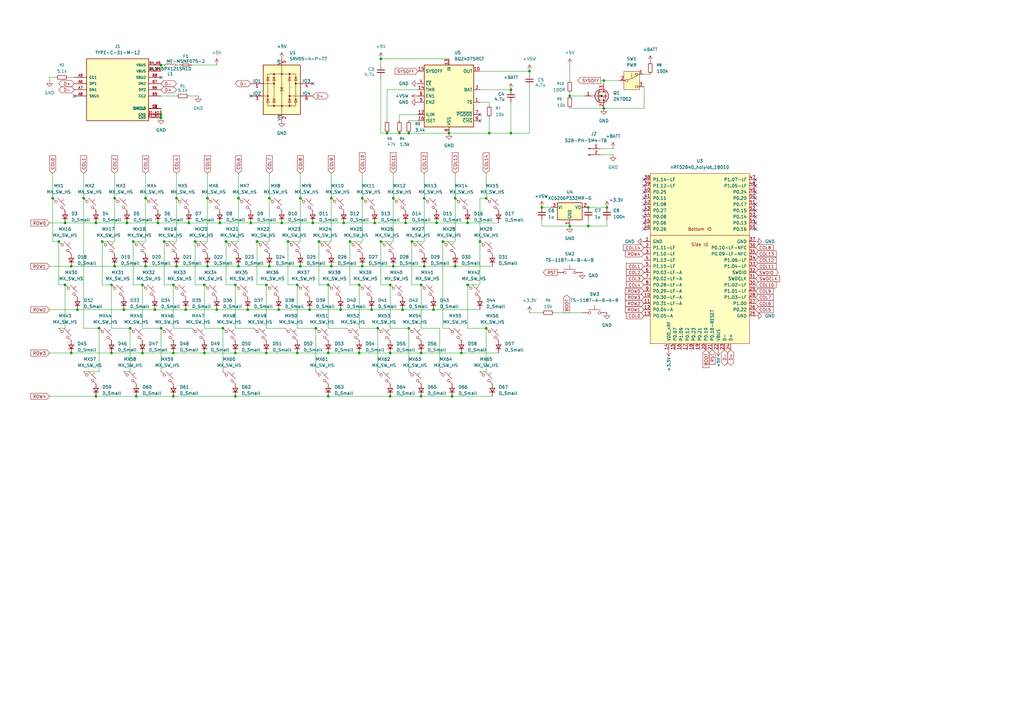
<source format=kicad_sch>
(kicad_sch (version 20250114) (generator "eeschema") (generator_version "9.0")
  (paper "A3")
  (junction (at 135.89 109.22))
  (junction (at 134.62 162.56))
  (junction (at 105.41 99.06))
  (junction (at 152.4 127))
  (junction (at 59.69 109.22))
  (junction (at 66.04 134.62))
  (junction (at 88.9 127))
  (junction (at 173.99 109.22))
  (junction (at 172.72 162.56))
  (junction (at 134.62 116.84))
  (junction (at 139.7 127))
  (junction (at 85.09 109.22))
  (junction (at 147.32 144.78))
  (junction (at 247.65 33.02))
  (junction (at 115.57 91.44))
  (junction (at 63.5 127))
  (junction (at 40.64 134.62))
  (junction (at 185.42 162.56))
  (junction (at 154.94 134.62))
  (junction (at 233.68 39.37))
  (junction (at 167.64 134.62))
  (junction (at 241.3 85.09))
  (junction (at 83.82 144.78))
  (junction (at 217.17 29.21))
  (junction (at 67.31 99.06))
  (junction (at 96.52 144.78))
  (junction (at 209.55 54.61))
  (junction (at 161.29 109.22))
  (junction (at 135.89 81.28))
  (junction (at 156.21 24.13))
  (junction (at 147.32 116.84))
  (junction (at 248.92 85.09))
  (junction (at 128.27 91.44))
  (junction (at 121.92 144.78))
  (junction (at 156.21 99.06))
  (junction (at 92.71 99.06))
  (junction (at 148.59 81.28))
  (junction (at 168.91 99.06))
  (junction (at 77.47 91.44))
  (junction (at 34.29 81.28))
  (junction (at 114.3 127))
  (junction (at 160.02 144.78))
  (junction (at 110.49 109.22))
  (junction (at 50.8 127))
  (junction (at 109.22 144.78))
  (junction (at 173.99 81.28))
  (junction (at 134.62 144.78))
  (junction (at 222.25 85.09))
  (junction (at 109.22 116.84))
  (junction (at 184.15 54.61))
  (junction (at 53.34 134.62))
  (junction (at 241.3 92.71))
  (junction (at 209.55 36.83))
  (junction (at 158.75 54.61))
  (junction (at 26.67 91.44))
  (junction (at 160.02 162.56))
  (junction (at 66.04 48.26))
  (junction (at 148.59 109.22))
  (junction (at 165.1 127))
  (junction (at 143.51 99.06))
  (junction (at 199.39 81.28))
  (junction (at 24.13 99.06))
  (junction (at 45.72 116.84))
  (junction (at 177.8 127))
  (junction (at 52.07 91.44))
  (junction (at 200.66 54.61))
  (junction (at 189.23 144.78))
  (junction (at 167.64 54.61))
  (junction (at 118.11 99.06))
  (junction (at 39.37 162.56))
  (junction (at 29.21 144.78))
  (junction (at 140.97 91.44))
  (junction (at 29.21 109.22))
  (junction (at 97.79 81.28))
  (junction (at 26.67 116.84))
  (junction (at 58.42 144.78))
  (junction (at 39.37 91.44))
  (junction (at 129.54 134.62))
  (junction (at 45.72 144.78))
  (junction (at 59.69 81.28))
  (junction (at 55.88 162.56))
  (junction (at 130.81 99.06))
  (junction (at 83.82 116.84))
  (junction (at 76.2 127))
  (junction (at 233.68 92.71))
  (junction (at 172.72 144.78))
  (junction (at 160.02 116.84))
  (junction (at 72.39 81.28))
  (junction (at 102.87 91.44))
  (junction (at 247.65 44.45))
  (junction (at 123.19 81.28))
  (junction (at 191.77 91.44))
  (junction (at 90.17 91.44))
  (junction (at 71.12 116.84))
  (junction (at 97.79 109.22))
  (junction (at 161.29 81.28))
  (junction (at 80.01 99.06))
  (junction (at 91.44 134.62))
  (junction (at 186.69 109.22))
  (junction (at 181.61 99.06))
  (junction (at 41.91 99.06))
  (junction (at 101.6 127))
  (junction (at 186.69 81.28))
  (junction (at 179.07 91.44))
  (junction (at 66.04 26.67))
  (junction (at 96.52 162.56))
  (junction (at 191.77 116.84))
  (junction (at 71.12 144.78))
  (junction (at 123.19 109.22))
  (junction (at 127 127))
  (junction (at 46.99 109.22))
  (junction (at 153.67 91.44))
  (junction (at 66.04 46.99))
  (junction (at 54.61 99.06))
  (junction (at 96.52 116.84))
  (junction (at 31.75 127))
  (junction (at 64.77 91.44))
  (junction (at 121.92 116.84))
  (junction (at 21.59 81.28))
  (junction (at 85.09 81.28))
  (junction (at 199.39 134.62))
  (junction (at 58.42 116.84))
  (junction (at 196.85 99.06))
  (junction (at 46.99 81.28))
  (junction (at 71.12 162.56))
  (junction (at 166.37 91.44))
  (junction (at 110.49 81.28))
  (junction (at 72.39 109.22))
  (junction (at 172.72 116.84))
  (junction (at 163.83 54.61))
  (no_connect (at 309.88 86.36))
  (no_connect (at 264.16 76.2))
  (no_connect (at 66.04 31.75))
  (no_connect (at 309.88 73.66))
  (no_connect (at 309.88 88.9))
  (no_connect (at 102.87 39.37))
  (no_connect (at 264.16 81.28))
  (no_connect (at 309.88 78.74))
  (no_connect (at 309.88 81.28))
  (no_connect (at 309.88 91.44))
  (no_connect (at 309.88 93.98))
  (no_connect (at 264.16 91.44))
  (no_connect (at 264.16 78.74))
  (no_connect (at 309.88 83.82))
  (no_connect (at 196.85 49.53))
  (no_connect (at 264.16 73.66))
  (no_connect (at 128.27 34.29))
  (no_connect (at 30.48 39.37))
  (no_connect (at 264.16 93.98))
  (no_connect (at 196.85 46.99))
  (no_connect (at 309.88 76.2))
  (no_connect (at 264.16 83.82))
  (no_connect (at 264.16 86.36))
  (no_connect (at 264.16 88.9))
  (wire (pts (xy 200.66 41.91) (xy 200.66 43.18)))
  (wire (pts (xy 135.89 71.12) (xy 135.89 81.28)))
  (wire (pts (xy 173.99 71.12) (xy 173.99 81.28)))
  (wire (pts (xy 34.29 71.12) (xy 34.29 81.28)))
  (wire (pts (xy 156.21 31.75) (xy 156.21 54.61)))
  (wire (pts (xy 200.66 54.61) (xy 209.55 54.61)))
  (wire (pts (xy 92.71 99.06) (xy 92.71 116.84)))
  (wire (pts (xy 168.91 116.84) (xy 172.72 116.84)))
  (wire (pts (xy 160.02 116.84) (xy 160.02 134.62)))
  (wire (pts (xy 134.62 144.78) (xy 147.32 144.78)))
  (wire (pts (xy 196.85 99.06) (xy 196.85 116.84)))
  (wire (pts (xy 85.09 109.22) (xy 97.79 109.22)))
  (wire (pts (xy 59.69 109.22) (xy 72.39 109.22)))
  (wire (pts (xy 20.32 31.75) (xy 22.86 31.75)))
  (wire (pts (xy 152.4 127) (xy 165.1 127)))
  (wire (pts (xy 105.41 99.06) (xy 110.49 99.06)))
  (wire (pts (xy 173.99 81.28) (xy 173.99 99.06)))
  (wire (pts (xy 233.68 44.45) (xy 247.65 44.45)))
  (wire (pts (xy 247.65 33.02) (xy 254 33.02)))
  (wire (pts (xy 39.37 91.44) (xy 52.07 91.44)))
  (wire (pts (xy 191.77 116.84) (xy 191.77 134.62)))
  (wire (pts (xy 251.46 60.96) (xy 246.38 60.96)))
  (wire (pts (xy 160.02 144.78) (xy 172.72 144.78)))
  (wire (pts (xy 161.29 109.22) (xy 173.99 109.22)))
  (wire (pts (xy 233.68 38.1) (xy 233.68 39.37)))
  (wire (pts (xy 196.85 81.28) (xy 199.39 81.28)))
  (wire (pts (xy 67.31 99.06) (xy 72.39 99.06)))
  (wire (pts (xy 78.74 26.67) (xy 88.9 26.67)))
  (wire (pts (xy 45.72 144.78) (xy 58.42 144.78)))
  (wire (pts (xy 53.34 152.4) (xy 50.8 152.4)))
  (wire (pts (xy 147.32 144.78) (xy 160.02 144.78)))
  (wire (pts (xy 53.34 134.62) (xy 53.34 152.4)))
  (wire (pts (xy 66.04 134.62) (xy 66.04 152.4)))
  (wire (pts (xy 20.32 109.22) (xy 29.21 109.22)))
  (wire (pts (xy 129.54 134.62) (xy 129.54 152.4)))
  (wire (pts (xy 135.89 109.22) (xy 148.59 109.22)))
  (wire (pts (xy 77.47 39.37) (xy 81.28 39.37)))
  (wire (pts (xy 96.52 162.56) (xy 134.62 162.56)))
  (wire (pts (xy 196.85 116.84) (xy 191.77 116.84)))
  (wire (pts (xy 20.32 144.78) (xy 29.21 144.78)))
  (wire (pts (xy 26.67 116.84) (xy 26.67 134.62)))
  (wire (pts (xy 109.22 144.78) (xy 121.92 144.78)))
  (wire (pts (xy 45.72 134.62) (xy 53.34 134.62)))
  (wire (pts (xy 161.29 71.12) (xy 161.29 81.28)))
  (wire (pts (xy 156.21 99.06) (xy 161.29 99.06)))
  (wire (pts (xy 92.71 116.84) (xy 96.52 116.84)))
  (wire (pts (xy 156.21 24.13) (xy 156.21 26.67)))
  (wire (pts (xy 21.59 99.06) (xy 24.13 99.06)))
  (wire (pts (xy 139.7 127) (xy 152.4 127)))
  (wire (pts (xy 118.11 99.06) (xy 118.11 116.84)))
  (wire (pts (xy 21.59 81.28) (xy 21.59 99.06)))
  (wire (pts (xy 20.32 33.02) (xy 20.32 31.75)))
  (wire (pts (xy 46.99 81.28) (xy 46.99 99.06)))
  (wire (pts (xy 189.23 144.78) (xy 204.47 144.78)))
  (wire (pts (xy 114.3 127) (xy 127 127)))
  (wire (pts (xy 130.81 99.06) (xy 135.89 99.06)))
  (wire (pts (xy 134.62 116.84) (xy 134.62 134.62)))
  (wire (pts (xy 66.04 26.67) (xy 67.31 26.67)))
  (wire (pts (xy 153.67 91.44) (xy 166.37 91.44)))
  (wire (pts (xy 26.67 134.62) (xy 24.13 134.62)))
  (wire (pts (xy 121.92 134.62) (xy 129.54 134.62)))
  (wire (pts (xy 247.65 33.02) (xy 247.65 34.29)))
  (wire (pts (xy 83.82 134.62) (xy 91.44 134.62)))
  (wire (pts (xy 148.59 71.12) (xy 148.59 81.28)))
  (wire (pts (xy 80.01 116.84) (xy 83.82 116.84)))
  (wire (pts (xy 29.21 144.78) (xy 45.72 144.78)))
  (wire (pts (xy 199.39 152.4) (xy 196.85 152.4)))
  (wire (pts (xy 140.97 91.44) (xy 153.67 91.44)))
  (wire (pts (xy 105.41 116.84) (xy 109.22 116.84)))
  (wire (pts (xy 196.85 81.28) (xy 196.85 99.06)))
  (wire (pts (xy 154.94 134.62) (xy 154.94 152.4)))
  (wire (pts (xy 264.16 35.56) (xy 264.16 44.45)))
  (wire (pts (xy 185.42 162.56) (xy 201.93 162.56)))
  (wire (pts (xy 172.72 134.62) (xy 180.34 134.62)))
  (wire (pts (xy 24.13 99.06) (xy 24.13 116.84)))
  (wire (pts (xy 222.25 92.71) (xy 233.68 92.71)))
  (wire (pts (xy 58.42 144.78) (xy 71.12 144.78)))
  (wire (pts (xy 66.04 26.67) (xy 66.04 29.21)))
  (wire (pts (xy 27.94 31.75) (xy 30.48 31.75)))
  (wire (pts (xy 71.12 134.62) (xy 78.74 134.62)))
  (wire (pts (xy 83.82 144.78) (xy 96.52 144.78)))
  (wire (pts (xy 34.29 81.28) (xy 34.29 134.62)))
  (wire (pts (xy 171.45 46.99) (xy 163.83 46.99)))
  (wire (pts (xy 45.72 116.84) (xy 45.72 134.62)))
  (wire (pts (xy 179.07 91.44) (xy 191.77 91.44)))
  (wire (pts (xy 90.17 91.44) (xy 102.87 91.44)))
  (wire (pts (xy 166.37 91.44) (xy 179.07 91.44)))
  (wire (pts (xy 196.85 36.83) (xy 209.55 36.83)))
  (wire (pts (xy 172.72 144.78) (xy 189.23 144.78)))
  (wire (pts (xy 67.31 116.84) (xy 71.12 116.84)))
  (wire (pts (xy 123.19 71.12) (xy 123.19 81.28)))
  (wire (pts (xy 134.62 134.62) (xy 142.24 134.62)))
  (wire (pts (xy 39.37 162.56) (xy 55.88 162.56)))
  (wire (pts (xy 199.39 134.62) (xy 199.39 152.4)))
  (wire (pts (xy 158.75 36.83) (xy 158.75 49.53)))
  (wire (pts (xy 196.85 41.91) (xy 200.66 41.91)))
  (wire (pts (xy 121.92 116.84) (xy 121.92 134.62)))
  (wire (pts (xy 156.21 116.84) (xy 160.02 116.84)))
  (wire (pts (xy 97.79 81.28) (xy 97.79 99.06)))
  (wire (pts (xy 46.99 71.12) (xy 46.99 81.28)))
  (wire (pts (xy 147.32 134.62) (xy 154.94 134.62)))
  (wire (pts (xy 196.85 29.21) (xy 217.17 29.21)))
  (wire (pts (xy 165.1 127) (xy 177.8 127)))
  (wire (pts (xy 148.59 81.28) (xy 148.59 99.06)))
  (wire (pts (xy 186.69 71.12) (xy 186.69 81.28)))
  (wire (pts (xy 80.01 99.06) (xy 85.09 99.06)))
  (wire (pts (xy 199.39 71.12) (xy 199.39 81.28)))
  (wire (pts (xy 246.38 63.5) (xy 251.46 63.5)))
  (wire (pts (xy 191.77 134.62) (xy 199.39 134.62)))
  (wire (pts (xy 97.79 109.22) (xy 110.49 109.22)))
  (wire (pts (xy 241.3 92.71) (xy 248.92 92.71)))
  (wire (pts (xy 128.27 91.44) (xy 140.97 91.44)))
  (wire (pts (xy 163.83 46.99) (xy 163.83 49.53)))
  (wire (pts (xy 63.5 127) (xy 76.2 127)))
  (wire (pts (xy 209.55 41.91) (xy 209.55 54.61)))
  (wire (pts (xy 109.22 116.84) (xy 109.22 134.62)))
  (wire (pts (xy 222.25 85.09) (xy 226.06 85.09)))
  (wire (pts (xy 55.88 162.56) (xy 71.12 162.56)))
  (wire (pts (xy 118.11 99.06) (xy 123.19 99.06)))
  (wire (pts (xy 71.12 144.78) (xy 83.82 144.78)))
  (wire (pts (xy 52.07 91.44) (xy 64.77 91.44)))
  (wire (pts (xy 71.12 162.56) (xy 96.52 162.56)))
  (wire (pts (xy 123.19 81.28) (xy 123.19 99.06)))
  (wire (pts (xy 54.61 99.06) (xy 59.69 99.06)))
  (wire (pts (xy 41.91 99.06) (xy 41.91 116.84)))
  (wire (pts (xy 134.62 162.56) (xy 160.02 162.56)))
  (wire (pts (xy 264.16 30.48) (xy 266.7 30.48)))
  (wire (pts (xy 59.69 81.28) (xy 59.69 99.06)))
  (wire (pts (xy 241.3 90.17) (xy 241.3 92.71)))
  (wire (pts (xy 72.39 71.12) (xy 72.39 81.28)))
  (wire (pts (xy 191.77 91.44) (xy 204.47 91.44)))
  (wire (pts (xy 172.72 162.56) (xy 185.42 162.56)))
  (wire (pts (xy 147.32 116.84) (xy 147.32 134.62)))
  (wire (pts (xy 172.72 116.84) (xy 172.72 134.62)))
  (wire (pts (xy 26.67 91.44) (xy 39.37 91.44)))
  (wire (pts (xy 20.32 91.44) (xy 26.67 91.44)))
  (wire (pts (xy 241.3 85.09) (xy 248.92 85.09)))
  (wire (pts (xy 163.83 54.61) (xy 167.64 54.61)))
  (wire (pts (xy 88.9 127) (xy 101.6 127)))
  (wire (pts (xy 80.01 99.06) (xy 80.01 116.84)))
  (wire (pts (xy 21.59 71.12) (xy 21.59 81.28)))
  (wire (pts (xy 233.68 26.67) (xy 233.68 33.02)))
  (wire (pts (xy 143.51 99.06) (xy 143.51 116.84)))
  (wire (pts (xy 34.29 134.62) (xy 40.64 134.62)))
  (wire (pts (xy 130.81 116.84) (xy 134.62 116.84)))
  (wire (pts (xy 246.38 33.02) (xy 247.65 33.02)))
  (wire (pts (xy 54.61 116.84) (xy 58.42 116.84)))
  (wire (pts (xy 227.33 128.27) (xy 238.76 128.27)))
  (wire (pts (xy 83.82 116.84) (xy 83.82 134.62)))
  (wire (pts (xy 101.6 127) (xy 114.3 127)))
  (wire (pts (xy 20.32 162.56) (xy 39.37 162.56)))
  (wire (pts (xy 41.91 116.84) (xy 45.72 116.84)))
  (wire (pts (xy 177.8 127) (xy 196.85 127)))
  (wire (pts (xy 156.21 99.06) (xy 156.21 116.84)))
  (wire (pts (xy 109.22 134.62) (xy 116.84 134.62)))
  (wire (pts (xy 96.52 116.84) (xy 96.52 134.62)))
  (wire (pts (xy 181.61 134.62) (xy 184.15 134.62)))
  (wire (pts (xy 186.69 99.06) (xy 181.61 99.06)))
  (wire (pts (xy 173.99 109.22) (xy 186.69 109.22)))
  (wire (pts (xy 67.31 99.06) (xy 67.31 116.84)))
  (wire (pts (xy 148.59 109.22) (xy 161.29 109.22)))
  (wire (pts (xy 160.02 134.62) (xy 167.64 134.62)))
  (wire (pts (xy 58.42 134.62) (xy 66.04 134.62)))
  (wire (pts (xy 121.92 144.78) (xy 134.62 144.78)))
  (wire (pts (xy 161.29 81.28) (xy 161.29 99.06)))
  (wire (pts (xy 66.04 39.37) (xy 72.39 39.37)))
  (wire (pts (xy 71.12 116.84) (xy 71.12 134.62)))
  (wire (pts (xy 91.44 134.62) (xy 91.44 152.4)))
  (wire (pts (xy 115.57 91.44) (xy 128.27 91.44)))
  (wire (pts (xy 58.42 116.84) (xy 58.42 134.62)))
  (wire (pts (xy 102.87 91.44) (xy 115.57 91.44)))
  (wire (pts (xy 135.89 81.28) (xy 135.89 99.06)))
  (wire (pts (xy 186.69 109.22) (xy 201.93 109.22)))
  (wire (pts (xy 76.2 127) (xy 88.9 127)))
  (wire (pts (xy 217.17 128.27) (xy 222.25 128.27)))
  (wire (pts (xy 92.71 99.06) (xy 97.79 99.06)))
  (wire (pts (xy 143.51 99.06) (xy 148.59 99.06)))
  (wire (pts (xy 130.81 99.06) (xy 130.81 116.84)))
  (wire (pts (xy 64.77 91.44) (xy 77.47 91.44)))
  (wire (pts (xy 200.66 54.61) (xy 184.15 54.61)))
  (wire (pts (xy 248.92 90.17) (xy 248.92 92.71)))
  (wire (pts (xy 168.91 99.06) (xy 168.91 116.84)))
  (wire (pts (xy 31.75 127) (xy 50.8 127)))
  (wire (pts (xy 186.69 81.28) (xy 186.69 99.06)))
  (wire (pts (xy 72.39 109.22) (xy 85.09 109.22)))
  (wire (pts (xy 85.09 81.28) (xy 85.09 99.06)))
  (wire (pts (xy 46.99 109.22) (xy 59.69 109.22)))
  (wire (pts (xy 105.41 99.06) (xy 105.41 116.84)))
  (wire (pts (xy 97.79 71.12) (xy 97.79 81.28)))
  (wire (pts (xy 184.15 24.13) (xy 156.21 24.13)))
  (wire (pts (xy 66.04 46.99) (xy 66.04 48.26)))
  (wire (pts (xy 110.49 109.22) (xy 123.19 109.22)))
  (wire (pts (xy 171.45 49.53) (xy 167.64 49.53)))
  (wire (pts (xy 217.17 29.21) (xy 217.17 30.48)))
  (wire (pts (xy 143.51 116.84) (xy 147.32 116.84)))
  (wire (pts (xy 264.16 44.45) (xy 247.65 44.45)))
  (wire (pts (xy 24.13 116.84) (xy 26.67 116.84)))
  (wire (pts (xy 40.64 152.4) (xy 34.29 152.4)))
  (wire (pts (xy 180.34 134.62) (xy 180.34 152.4)))
  (wire (pts (xy 118.11 116.84) (xy 121.92 116.84)))
  (wire (pts (xy 110.49 71.12) (xy 110.49 81.28)))
  (wire (pts (xy 72.39 26.67) (xy 73.66 26.67)))
  (wire (pts (xy 29.21 109.22) (xy 46.99 109.22)))
  (wire (pts (xy 40.64 134.62) (xy 40.64 152.4)))
  (wire (pts (xy 160.02 162.56) (xy 172.72 162.56)))
  (wire (pts (xy 158.75 54.61) (xy 163.83 54.61)))
  (wire (pts (xy 233.68 92.71) (xy 241.3 92.71)))
  (wire (pts (xy 171.45 36.83) (xy 158.75 36.83)))
  (wire (pts (xy 41.91 99.06) (xy 46.99 99.06)))
  (wire (pts (xy 50.8 127) (xy 63.5 127)))
  (wire (pts (xy 66.04 44.45) (xy 66.04 46.99)))
  (wire (pts (xy 96.52 134.62) (xy 104.14 134.62)))
  (wire (pts (xy 20.32 127) (xy 31.75 127)))
  (wire (pts (xy 54.61 99.06) (xy 54.61 116.84)))
  (wire (pts (xy 85.09 71.12) (xy 85.09 81.28)))
  (wire (pts (xy 217.17 35.56) (xy 217.17 54.61)))
  (wire (pts (xy 200.66 48.26) (xy 200.66 54.61)))
  (wire (pts (xy 222.25 90.17) (xy 222.25 92.71)))
  (wire (pts (xy 110.49 81.28) (xy 110.49 99.06)))
  (wire (pts (xy 167.64 134.62) (xy 167.64 152.4)))
  (wire (pts (xy 181.61 99.06) (xy 181.61 134.62)))
  (wire (pts (xy 168.91 99.06) (xy 173.99 99.06)))
  (wire (pts (xy 72.39 81.28) (xy 72.39 99.06)))
  (wire (pts (xy 77.47 91.44) (xy 90.17 91.44)))
  (wire (pts (xy 123.19 109.22) (xy 135.89 109.22)))
  (wire (pts (xy 156.21 54.61) (xy 158.75 54.61)))
  (wire (pts (xy 59.69 71.12) (xy 59.69 81.28)))
  (wire (pts (xy 127 127) (xy 139.7 127)))
  (wire (pts (xy 217.17 54.61) (xy 209.55 54.61)))
  (wire (pts (xy 233.68 39.37) (xy 240.03 39.37)))
  (wire (pts (xy 96.52 144.78) (xy 109.22 144.78)))
  (wire (pts (xy 167.64 54.61) (xy 184.15 54.61)))
  (global_label "ROW4" (shape input) (at 264.16 104.14 180) (property "Intersheetrefs" "${INTERSHEET_REFS}" (effects (hide yes))))
  (global_label "SWDCLK" (shape input) (at 309.88 114.3 0) (property "Intersheetrefs" "${INTERSHEET_REFS}" (effects (hide yes))))
  (global_label "COL1" (shape input) (at 34.29 71.12 90) (property "Intersheetrefs" "${INTERSHEET_REFS}" (effects (hide yes))))
  (global_label "COL5" (shape input) (at 309.88 127 0) (property "Intersheetrefs" "${INTERSHEET_REFS}" (effects (hide yes))))
  (global_label "D+" (shape bidirectional) (at 299.72 143.51 270) (property "Intersheetrefs" "${INTERSHEET_REFS}" (effects (hide yes))))
  (global_label "COL14" (shape input) (at 264.16 101.6 180) (property "Intersheetrefs" "${INTERSHEET_REFS}" (effects (hide yes))))
  (global_label "COL3" (shape input) (at 264.16 114.3 180) (property "Intersheetrefs" "${INTERSHEET_REFS}" (effects (hide yes))))
  (global_label "COL4" (shape input) (at 72.39 71.12 90) (property "Intersheetrefs" "${INTERSHEET_REFS}" (effects (hide yes))))
  (global_label "COL0" (shape input) (at 264.16 129.54 180) (property "Intersheetrefs" "${INTERSHEET_REFS}" (effects (hide yes))))
  (global_label "COL7" (shape input) (at 309.88 121.92 0) (property "Intersheetrefs" "${INTERSHEET_REFS}" (effects (hide yes))))
  (global_label "COL7" (shape input) (at 110.49 71.12 90) (property "Intersheetrefs" "${INTERSHEET_REFS}" (effects (hide yes))))
  (global_label "COL5" (shape input) (at 85.09 71.12 90) (property "Intersheetrefs" "${INTERSHEET_REFS}" (effects (hide yes))))
  (global_label "D+" (shape bidirectional) (at 66.04 36.83 0) (property "Intersheetrefs" "${INTERSHEET_REFS}" (effects (hide yes))))
  (global_label "ROW0" (shape input) (at 264.16 119.38 180) (property "Intersheetrefs" "${INTERSHEET_REFS}" (effects (hide yes))))
  (global_label "COL3" (shape input) (at 59.69 71.12 90) (property "Intersheetrefs" "${INTERSHEET_REFS}" (effects (hide yes))))
  (global_label "COL13" (shape input) (at 309.88 104.14 0) (property "Intersheetrefs" "${INTERSHEET_REFS}" (effects (hide yes))))
  (global_label "COL12" (shape input) (at 173.99 71.12 90) (property "Intersheetrefs" "${INTERSHEET_REFS}" (effects (hide yes))))
  (global_label "COL10" (shape input) (at 309.88 116.84 0) (property "Intersheetrefs" "${INTERSHEET_REFS}" (effects (hide yes))))
  (global_label "COL13" (shape input) (at 186.69 71.12 90) (property "Intersheetrefs" "${INTERSHEET_REFS}" (effects (hide yes))))
  (global_label "COL2" (shape input) (at 46.99 71.12 90) (property "Intersheetrefs" "${INTERSHEET_REFS}" (effects (hide yes))))
  (global_label "COL0" (shape input) (at 21.59 71.12 90) (property "Intersheetrefs" "${INTERSHEET_REFS}" (effects (hide yes))))
  (global_label "COL8" (shape input) (at 309.88 101.6 0) (property "Intersheetrefs" "${INTERSHEET_REFS}" (effects (hide yes))))
  (global_label "COL12" (shape input) (at 309.88 106.68 0) (property "Intersheetrefs" "${INTERSHEET_REFS}" (effects (hide yes))))
  (global_label "COL9" (shape input) (at 135.89 71.12 90) (property "Intersheetrefs" "${INTERSHEET_REFS}" (effects (hide yes))))
  (global_label "COL11" (shape input) (at 161.29 71.12 90) (property "Intersheetrefs" "${INTERSHEET_REFS}" (effects (hide yes))))
  (global_label "COL10" (shape input) (at 148.59 71.12 90) (property "Intersheetrefs" "${INTERSHEET_REFS}" (effects (hide yes))))
  (global_label "SWDIO" (shape bidirectional) (at 309.88 111.76 0) (property "Intersheetrefs" "${INTERSHEET_REFS}" (effects (hide yes))))
  (global_label "ROW3" (shape input) (at 20.32 144.78 180) (property "Intersheetrefs" "${INTERSHEET_REFS}" (effects (hide yes))))
  (global_label "D-" (shape bidirectional) (at 66.04 34.29 0) (property "Intersheetrefs" "${INTERSHEET_REFS}" (effects (hide yes))))
  (global_label "COL6" (shape input) (at 309.88 124.46 0) (property "Intersheetrefs" "${INTERSHEET_REFS}" (effects (hide yes))))
  (global_label "SYSOFF" (shape input) (at 171.45 29.21 180) (property "Intersheetrefs" "${INTERSHEET_REFS}" (effects (hide yes))))
  (global_label "D+" (shape bidirectional) (at 128.27 39.37 0) (property "Intersheetrefs" "${INTERSHEET_REFS}" (effects (hide yes))))
  (global_label "ROW0" (shape input) (at 20.32 91.44 180) (property "Intersheetrefs" "${INTERSHEET_REFS}" (effects (hide yes))))
  (global_label "SYSOFF" (shape output) (at 246.38 33.02 180) (property "Intersheetrefs" "${INTERSHEET_REFS}" (effects (hide yes))))
  (global_label "D-" (shape bidirectional) (at 102.87 34.29 180) (property "Intersheetrefs" "${INTERSHEET_REFS}" (effects (hide yes))))
  (global_label "RST" (shape output) (at 228.6 111.76 180) (property "Intersheetrefs" "${INTERSHEET_REFS}" (effects (hide yes))))
  (global_label "ROW2" (shape input) (at 20.32 127 180) (property "Intersheetrefs" "${INTERSHEET_REFS}" (effects (hide yes))))
  (global_label "D-" (shape bidirectional) (at 297.18 143.51 270) (property "Intersheetrefs" "${INTERSHEET_REFS}" (effects (hide yes))))
  (global_label "BOOT" (shape input) (at 289.56 143.51 270) (property "Intersheetrefs" "${INTERSHEET_REFS}" (effects (hide yes))))
  (global_label "ROW1" (shape input) (at 264.16 127 180) (property "Intersheetrefs" "${INTERSHEET_REFS}" (effects (hide yes))))
  (global_label "COL14" (shape input) (at 199.39 71.12 90) (property "Intersheetrefs" "${INTERSHEET_REFS}" (effects (hide yes))))
  (global_label "COL9" (shape input) (at 309.88 119.38 0) (property "Intersheetrefs" "${INTERSHEET_REFS}" (effects (hide yes))))
  (global_label "RST" (shape input) (at 292.1 143.51 270) (property "Intersheetrefs" "${INTERSHEET_REFS}" (effects (hide yes))))
  (global_label "COL8" (shape input) (at 123.19 71.12 90) (property "Intersheetrefs" "${INTERSHEET_REFS}" (effects (hide yes))))
  (global_label "ROW1" (shape input) (at 20.32 109.22 180) (property "Intersheetrefs" "${INTERSHEET_REFS}" (effects (hide yes))))
  (global_label "COL2" (shape input) (at 264.16 111.76 180) (property "Intersheetrefs" "${INTERSHEET_REFS}" (effects (hide yes))))
  (global_label "ROW2" (shape input) (at 264.16 124.46 180) (property "Intersheetrefs" "${INTERSHEET_REFS}" (effects (hide yes))))
  (global_label "COL6" (shape input) (at 97.79 71.12 90) (property "Intersheetrefs" "${INTERSHEET_REFS}" (effects (hide yes))))
  (global_label "COL11" (shape input) (at 309.88 109.22 0) (property "Intersheetrefs" "${INTERSHEET_REFS}" (effects (hide yes))))
  (global_label "D+" (shape bidirectional) (at 30.48 34.29 180) (property "Intersheetrefs" "${INTERSHEET_REFS}" (effects (hide yes))))
  (global_label "COL4" (shape input) (at 264.16 116.84 180) (property "Intersheetrefs" "${INTERSHEET_REFS}" (effects (hide yes))))
  (global_label "D-" (shape bidirectional) (at 30.48 36.83 180) (property "Intersheetrefs" "${INTERSHEET_REFS}" (effects (hide yes))))
  (global_label "BOOT" (shape output) (at 232.41 128.27 90) (property "Intersheetrefs" "${INTERSHEET_REFS}" (effects (hide yes))))
  (global_label "ROW3" (shape input) (at 264.16 121.92 180) (property "Intersheetrefs" "${INTERSHEET_REFS}" (effects (hide yes))))
  (global_label "COL1" (shape input) (at 264.16 109.22 180) (property "Intersheetrefs" "${INTERSHEET_REFS}" (effects (hide yes))))
  (global_label "ROW4" (shape input) (at 20.32 162.56 180) (property "Intersheetrefs" "${INTERSHEET_REFS}" (effects (hide yes))))
  (symbol (lib_id "power:+5V") (at 88.9 26.67 0) (unit 1)
    (property "Reference" "#PWR04" (effects (hide yes)))
    (property "Value" "+5V" (at 88.9 21.59 0))
    (property "Description" "Power symbol creates a global label with name \"+5V\"" (effects (hide yes)))
  )
  (symbol (lib_id "marbastlib-mx:MX_SW_HS_CPG151101S11") (at 186.69 137.16 0) (unit 1)
    (property "Reference" "MX55" (at 186.69 129.54 0))
    (property "Value" "MX_SW_HS" (at 186.69 132.08 0))
    (property "Footprint" "marbastlib-mx:SW_MX_HS_CPG151101S11_1u" (effects (hide yes)))
    (property "Description" "Push button switch, normally open, two pins, 45° tilted, Kailh CPG151101S11 for Cherry MX style switches" (effects (hide yes)))
  )
  (symbol (lib_id "Device:D_Small") (at 83.82 142.24 90) (unit 1)
    (property "Reference" "D49" (at 86.36 140.9699 90) (effects (justify right)))
    (property "Value" "D_Small" (at 86.36 143.5099 90) (effects (justify right)))
    (property "Footprint" "Diode_SMD:D_SOD-123" (effects (hide yes)))
    (property "Description" "Diode, small symbol" (effects (hide yes)))
    (property "Sim.Device" "D" (effects (hide yes)))
    (property "Sim.Pins" "1=K 2=A" (effects (hide yes)))
  )
  (symbol (lib_id "marbastlib-mx:MX_SW_HS_CPG151101S11") (at 199.39 101.6 0) (unit 1)
    (property "Reference" "MX29" (at 199.39 93.98 0))
    (property "Value" "MX_SW_HS" (at 199.39 96.52 0))
    (property "Footprint" "marbastlib-mx:SW_MX_HS_CPG151101S11_1u" (effects (hide yes)))
    (property "Description" "Push button switch, normally open, two pins, 45° tilted, Kailh CPG151101S11 for Cherry MX style switches" (effects (hide yes)))
  )
  (symbol (lib_id "base:nRF52840_holyiot_18010") (at 287.02 96.52 0) (unit 1)
    (property "Reference" "U3" (at 287.02 66.04 0))
    (property "Value" "nRF52840_holyiot_18010" (at 287.02 68.58 0))
    (property "Footprint" "marbastlib-various:nRF52840_holyiot_18010" (effects (hide yes)))
    (property "Datasheet" "http://www.holyiot.com/tp/2019042516322180424.pdf" (effects (hide yes)))
  )
  (symbol (lib_id "Device:D_Small") (at 50.8 124.46 90) (unit 1)
    (property "Reference" "D33" (at 53.34 123.1899 90) (effects (justify right)))
    (property "Value" "D_Small" (at 53.34 125.7299 90) (effects (justify right)))
    (property "Footprint" "Diode_SMD:D_SOD-123" (effects (hide yes)))
    (property "Description" "Diode, small symbol" (effects (hide yes)))
    (property "Sim.Device" "D" (effects (hide yes)))
    (property "Sim.Pins" "1=K 2=A" (effects (hide yes)))
  )
  (symbol (lib_id "marbastlib-mx:MX_SW_HS_CPG151101S11") (at 87.63 83.82 0) (unit 1)
    (property "Reference" "MX6" (at 87.63 76.2 0))
    (property "Value" "MX_SW_HS" (at 87.63 78.74 0))
    (property "Footprint" "marbastlib-mx:SW_MX_HS_CPG151101S11_1u" (effects (hide yes)))
    (property "Description" "Push button switch, normally open, two pins, 45° tilted, Kailh CPG151101S11 for Cherry MX style switches" (effects (hide yes)))
  )
  (symbol (lib_id "marbastlib-mx:MX_SW_HS_CPG151101S11") (at 36.83 154.94 0) (unit 1)
    (property "Reference" "MX57" (at 36.83 147.32 0))
    (property "Value" "MX_SW_HS" (at 36.83 149.86 0))
    (property "Footprint" "marbastlib-mx:SW_MX_HS_CPG151101S11_1u" (effects (hide yes)))
    (property "Description" "Push button switch, normally open, two pins, 45° tilted, Kailh CPG151101S11 for Cherry MX style switches" (effects (hide yes)))
  )
  (symbol (lib_id "Device:D_Small") (at 39.37 160.02 90) (unit 1)
    (property "Reference" "D59" (at 41.91 158.7499 90) (effects (justify right)))
    (property "Value" "D_Small" (at 41.91 161.2899 90) (effects (justify right)))
    (property "Footprint" "Diode_SMD:D_SOD-123" (effects (hide yes)))
    (property "Description" "Diode, small symbol" (effects (hide yes)))
    (property "Sim.Device" "D" (effects (hide yes)))
    (property "Sim.Pins" "1=K 2=A" (effects (hide yes)))
  )
  (symbol (lib_id "marbastlib-mx:MX_SW_HS_CPG151101S11") (at 60.96 119.38 0) (unit 1)
    (property "Reference" "MX32" (at 60.96 111.76 0))
    (property "Value" "MX_SW_HS" (at 60.96 114.3 0))
    (property "Footprint" "marbastlib-mx:SW_MX_HS_CPG151101S11_1u" (effects (hide yes)))
    (property "Description" "Push button switch, normally open, two pins, 45° tilted, Kailh CPG151101S11 for Cherry MX style switches" (effects (hide yes)))
  )
  (symbol (lib_id "marbastlib-mx:MX_SW_HS_CPG151101S11") (at 199.39 154.94 0) (unit 1)
    (property "Reference" "MX65" (at 199.39 147.32 0))
    (property "Value" "MX_SW_HS" (at 199.39 149.86 0))
    (property "Footprint" "marbastlib-mx:SW_MX_HS_CPG151101S11_1u" (effects (hide yes)))
    (property "Description" "Push button switch, normally open, two pins, 45° tilted, Kailh CPG151101S11 for Cherry MX style switches" (effects (hide yes)))
  )
  (symbol (lib_id "Device:D_Small") (at 165.1 124.46 90) (unit 1)
    (property "Reference" "D42" (at 167.64 123.1899 90) (effects (justify right)))
    (property "Value" "D_Small" (at 167.64 125.7299 90) (effects (justify right)))
    (property "Footprint" "Diode_SMD:D_SOD-123" (effects (hide yes)))
    (property "Description" "Diode, small symbol" (effects (hide yes)))
    (property "Sim.Device" "D" (effects (hide yes)))
    (property "Sim.Pins" "1=K 2=A" (effects (hide yes)))
  )
  (symbol (lib_id "Device:D_Small") (at 204.47 88.9 90) (unit 1)
    (property "Reference" "D17" (at 207.01 87.6299 90) (effects (justify right)))
    (property "Value" "D_Small" (at 207.01 90.1699 90) (effects (justify right)))
    (property "Footprint" "Diode_SMD:D_SOD-123" (effects (hide yes)))
    (property "Description" "Diode, small symbol" (effects (hide yes)))
    (property "Sim.Device" "D" (effects (hide yes)))
    (property "Sim.Pins" "1=K 2=A" (effects (hide yes)))
  )
  (symbol (lib_id "Device:D_Small") (at 177.8 124.46 90) (unit 1)
    (property "Reference" "D43" (at 180.34 123.1899 90) (effects (justify right)))
    (property "Value" "D_Small" (at 180.34 125.7299 90) (effects (justify right)))
    (property "Footprint" "Diode_SMD:D_SOD-123" (effects (hide yes)))
    (property "Description" "Diode, small symbol" (effects (hide yes)))
    (property "Sim.Device" "D" (effects (hide yes)))
    (property "Sim.Pins" "1=K 2=A" (effects (hide yes)))
  )
  (symbol (lib_id "marbastlib-mx:MX_SW_HS_CPG151101S11") (at 74.93 83.82 0) (unit 1)
    (property "Reference" "MX5" (at 74.93 76.2 0))
    (property "Value" "MX_SW_HS" (at 74.93 78.74 0))
    (property "Footprint" "marbastlib-mx:SW_MX_HS_CPG151101S11_1u" (effects (hide yes)))
    (property "Description" "Push button switch, normally open, two pins, 45° tilted, Kailh CPG151101S11 for Cherry MX style switches" (effects (hide yes)))
  )
  (symbol (lib_id "marbastlib-mx:MX_SW_HS_CPG151101S11") (at 162.56 119.38 0) (unit 1)
    (property "Reference" "MX40" (at 162.56 111.76 0))
    (property "Value" "MX_SW_HS" (at 162.56 114.3 0))
    (property "Footprint" "marbastlib-mx:SW_MX_HS_CPG151101S11_1u" (effects (hide yes)))
    (property "Description" "Push button switch, normally open, two pins, 45° tilted, Kailh CPG151101S11 for Cherry MX style switches" (effects (hide yes)))
  )
  (symbol (lib_id "Device:C_Small") (at 156.21 29.21 0) (unit 1)
    (property "Reference" "C3" (at 150.876 28.448 0) (effects (justify left)))
    (property "Value" "4.7u" (at 149.352 30.48 0) (effects (justify left)))
    (property "Footprint" "Capacitor_SMD:C_0603_1608Metric" (effects (hide yes)))
    (property "Description" "Unpolarized capacitor, small symbol" (effects (hide yes)))
  )
  (symbol (lib_id "marbastlib-mx:MX_SW_HS_CPG151101S11") (at 170.18 137.16 0) (unit 1)
    (property "Reference" "MX54" (at 170.18 129.54 0))
    (property "Value" "MX_SW_HS" (at 170.18 132.08 0))
    (property "Footprint" "marbastlib-mx:SW_MX_HS_CPG151101S11_1u" (effects (hide yes)))
    (property "Description" "Push button switch, normally open, two pins, 45° tilted, Kailh CPG151101S11 for Cherry MX style switches" (effects (hide yes)))
  )
  (symbol (lib_id "marbastlib-mx:MX_SW_HS_CPG151101S11") (at 68.58 154.94 0) (unit 1)
    (property "Reference" "MX59" (at 68.58 147.32 0))
    (property "Value" "MX_SW_HS" (at 68.58 149.86 0))
    (property "Footprint" "marbastlib-mx:SW_MX_HS_CPG151101S11_1u" (effects (hide yes)))
    (property "Description" "Push button switch, normally open, two pins, 45° tilted, Kailh CPG151101S11 for Cherry MX style switches" (effects (hide yes)))
  )
  (symbol (lib_id "Device:D_Small") (at 160.02 160.02 90) (unit 1)
    (property "Reference" "D64" (at 162.56 158.7499 90) (effects (justify right)))
    (property "Value" "D_Small" (at 162.56 161.2899 90) (effects (justify right)))
    (property "Footprint" "Diode_SMD:D_SOD-123" (effects (hide yes)))
    (property "Description" "Diode, small symbol" (effects (hide yes)))
    (property "Sim.Device" "D" (effects (hide yes)))
    (property "Sim.Pins" "1=K 2=A" (effects (hide yes)))
  )
  (symbol (lib_id "Device:D_Small") (at 135.89 106.68 90) (unit 1)
    (property "Reference" "D26" (at 138.43 105.4099 90) (effects (justify right)))
    (property "Value" "D_Small" (at 138.43 107.9499 90) (effects (justify right)))
    (property "Footprint" "Diode_SMD:D_SOD-123" (effects (hide yes)))
    (property "Description" "Diode, small symbol" (effects (hide yes)))
    (property "Sim.Device" "D" (effects (hide yes)))
    (property "Sim.Pins" "1=K 2=A" (effects (hide yes)))
  )
  (symbol (lib_id "marbastlib-mx:MX_SW_HS_CPG151101S11") (at 170.18 154.94 0) (unit 1)
    (property "Reference" "MX63" (at 170.18 147.32 0))
    (property "Value" "MX_SW_HS" (at 170.18 149.86 0))
    (property "Footprint" "marbastlib-mx:SW_MX_HS_CPG151101S11_1u" (effects (hide yes)))
    (property "Description" "Push button switch, normally open, two pins, 45° tilted, Kailh CPG151101S11 for Cherry MX style switches" (effects (hide yes)))
  )
  (symbol (lib_id "Connector:Conn_01x02_Pin") (at 241.3 60.96 0) (unit 1)
    (property "Reference" "J2" (at 243.586 54.864 0))
    (property "Value" "S2B-PH-SM4-TB" (at 240.284 57.658 0))
    (property "Footprint" "Connector_JST:JST_PH_S2B-PH-SM4-TB_1x02-1MP_P2.00mm_Horizontal" (effects (hide yes)))
    (property "Description" "Generic connector, single row, 01x02, script generated" (effects (hide yes)))
  )
  (symbol (lib_id "power:+BATT") (at 209.55 36.83 0) (unit 1)
    (property "Reference" "#PWR013" (effects (hide yes)))
    (property "Value" "+BATT" (at 209.55 31.75 0))
    (property "Description" "Power symbol creates a global label with name \"+BATT\"" (effects (hide yes)))
  )
  (symbol (lib_id "marbastlib-mx:MX_SW_HS_CPG151101S11") (at 29.21 119.38 0) (unit 1)
    (property "Reference" "MX30" (at 29.21 111.76 0))
    (property "Value" "MX_SW_HS" (at 29.21 114.3 0))
    (property "Footprint" "marbastlib-mx:SW_MX_HS_CPG151101S11_1u" (effects (hide yes)))
    (property "Description" "Push button switch, normally open, two pins, 45° tilted, Kailh CPG151101S11 for Cherry MX style switches" (effects (hide yes)))
  )
  (symbol (lib_id "Device:D_Small") (at 90.17 88.9 90) (unit 1)
    (property "Reference" "D8" (at 92.71 87.6299 90) (effects (justify right)))
    (property "Value" "D_Small" (at 92.71 90.1699 90) (effects (justify right)))
    (property "Footprint" "Diode_SMD:D_SOD-123" (effects (hide yes)))
    (property "Description" "Diode, small symbol" (effects (hide yes)))
    (property "Sim.Device" "D" (effects (hide yes)))
    (property "Sim.Pins" "1=K 2=A" (effects (hide yes)))
  )
  (symbol (lib_id "Device:D_Small") (at 185.42 160.02 90) (unit 1)
    (property "Reference" "D66" (at 187.96 158.7499 90) (effects (justify right)))
    (property "Value" "D_Small" (at 187.96 161.2899 90) (effects (justify right)))
    (property "Footprint" "Diode_SMD:D_SOD-123" (effects (hide yes)))
    (property "Description" "Diode, small symbol" (effects (hide yes)))
    (property "Sim.Device" "D" (effects (hide yes)))
    (property "Sim.Pins" "1=K 2=A" (effects (hide yes)))
  )
  (symbol (lib_id "power:+BATT") (at 251.46 60.96 0) (unit 1)
    (property "Reference" "#PWR015" (effects (hide yes)))
    (property "Value" "+BATT" (at 251.46 55.88 0))
    (property "Description" "Power symbol creates a global label with name \"+BATT\"" (effects (hide yes)))
  )
  (symbol (lib_id "marbastlib-mx:MX_SW_HS_CPG151101S11") (at 146.05 101.6 0) (unit 1)
    (property "Reference" "MX25" (at 146.05 93.98 0))
    (property "Value" "MX_SW_HS" (at 146.05 96.52 0))
    (property "Footprint" "marbastlib-mx:SW_MX_HS_CPG151101S11_1u" (effects (hide yes)))
    (property "Description" "Push button switch, normally open, two pins, 45° tilted, Kailh CPG151101S11 for Cherry MX style switches" (effects (hide yes)))
  )
  (symbol (lib_id "marbastlib-mx:MX_SW_HS_CPG151101S11") (at 53.34 154.94 0) (unit 1)
    (property "Reference" "MX58" (at 53.34 147.32 0))
    (property "Value" "MX_SW_HS" (at 53.34 149.86 0))
    (property "Footprint" "marbastlib-mx:SW_MX_HS_CPG151101S11_1u" (effects (hide yes)))
    (property "Description" "Push button switch, normally open, two pins, 45° tilted, Kailh CPG151101S11 for Cherry MX style switches" (effects (hide yes)))
  )
  (symbol (lib_id "Device:D_Small") (at 139.7 124.46 90) (unit 1)
    (property "Reference" "D40" (at 142.24 123.1899 90) (effects (justify right)))
    (property "Value" "D_Small" (at 142.24 125.7299 90) (effects (justify right)))
    (property "Footprint" "Diode_SMD:D_SOD-123" (effects (hide yes)))
    (property "Description" "Diode, small symbol" (effects (hide yes)))
    (property "Sim.Device" "D" (effects (hide yes)))
    (property "Sim.Pins" "1=K 2=A" (effects (hide yes)))
  )
  (symbol (lib_id "marbastlib-mx:MX_SW_HS_CPG151101S11") (at 157.48 154.94 0) (unit 1)
    (property "Reference" "MX62" (at 157.48 147.32 0))
    (property "Value" "MX_SW_HS" (at 157.48 149.86 0))
    (property "Footprint" "marbastlib-mx:SW_MX_HS_CPG151101S11_1u" (effects (hide yes)))
    (property "Description" "Push button switch, normally open, two pins, 45° tilted, Kailh CPG151101S11 for Cherry MX style switches" (effects (hide yes)))
  )
  (symbol (lib_id "marbastlib-mx:MX_SW_HS_CPG151101S11") (at 132.08 154.94 0) (unit 1)
    (property "Reference" "MX61" (at 132.08 147.32 0))
    (property "Value" "MX_SW_HS" (at 132.08 149.86 0))
    (property "Footprint" "marbastlib-mx:SW_MX_HS_CPG151101S11_1u" (effects (hide yes)))
    (property "Description" "Push button switch, normally open, two pins, 45° tilted, Kailh CPG151101S11 for Cherry MX style switches" (effects (hide yes)))
  )
  (symbol (lib_id "Device:D_Small") (at 161.29 106.68 90) (unit 1)
    (property "Reference" "D28" (at 163.83 105.4099 90) (effects (justify right)))
    (property "Value" "D_Small" (at 163.83 107.9499 90) (effects (justify right)))
    (property "Footprint" "Diode_SMD:D_SOD-123" (effects (hide yes)))
    (property "Description" "Diode, small symbol" (effects (hide yes)))
    (property "Sim.Device" "D" (effects (hide yes)))
    (property "Sim.Pins" "1=K 2=A" (effects (hide yes)))
  )
  (symbol (lib_id "marbastlib-mx:MX_SW_HS_CPG151101S11") (at 36.83 83.82 0) (unit 1)
    (property "Reference" "MX2" (at 36.83 76.2 0))
    (property "Value" "MX_SW_HS" (at 36.83 78.74 0))
    (property "Footprint" "marbastlib-mx:SW_MX_HS_CPG151101S11_1u" (effects (hide yes)))
    (property "Description" "Push button switch, normally open, two pins, 45° tilted, Kailh CPG151101S11 for Cherry MX style switches" (effects (hide yes)))
  )
  (symbol (lib_id "power:GND") (at 115.57 49.53 0) (unit 1)
    (property "Reference" "#PWR02" (effects (hide yes)))
    (property "Value" "GND" (at 115.57 54.61 0))
    (property "Description" "Power symbol creates a global label with name \"GND\" , ground" (effects (hide yes)))
  )
  (symbol (lib_id "Switch:SW_Push_SPDT") (at 259.08 33.02 0) (unit 1)
    (property "Reference" "SW1" (at 259.08 24.13 0))
    (property "Value" "PWR" (at 259.08 26.67 0))
    (property "Footprint" "Button_Switch_SMD:SW_SPDT_CK_JS102011SAQN" (effects (hide yes)))
    (property "Description" "Momentary Switch, single pole double throw" (effects (hide yes)))
  )
  (symbol (lib_id "Device:D_Small") (at 31.75 124.46 90) (unit 1)
    (property "Reference" "D32" (at 34.29 123.1899 90) (effects (justify right)))
    (property "Value" "D_Small" (at 34.29 125.7299 90) (effects (justify right)))
    (property "Footprint" "Diode_SMD:D_SOD-123" (effects (hide yes)))
    (property "Description" "Diode, small symbol" (effects (hide yes)))
    (property "Sim.Device" "D" (effects (hide yes)))
    (property "Sim.Pins" "1=K 2=A" (effects (hide yes)))
  )
  (symbol (lib_id "Device:D_Small") (at 64.77 88.9 90) (unit 1)
    (property "Reference" "D6" (at 67.31 87.6299 90) (effects (justify right)))
    (property "Value" "D_Small" (at 67.31 90.1699 90) (effects (justify right)))
    (property "Footprint" "Diode_SMD:D_SOD-123" (effects (hide yes)))
    (property "Description" "Diode, small symbol" (effects (hide yes)))
    (property "Sim.Device" "D" (effects (hide yes)))
    (property "Sim.Pins" "1=K 2=A" (effects (hide yes)))
  )
  (symbol (lib_id "Device:R_Small") (at 74.93 39.37 270) (unit 1)
    (property "Reference" "R1" (at 74.93 35.306 90) (effects (font (size 1.016 1.016))))
    (property "Value" "5.1k" (at 74.93 37.084 90))
    (property "Footprint" "Resistor_SMD:R_0402_1005Metric" (effects (hide yes)))
    (property "Description" "Resistor, small symbol" (effects (hide yes)))
  )
  (symbol (lib_id "marbastlib-mx:MX_SW_HS_CPG151101S11") (at 44.45 101.6 0) (unit 1)
    (property "Reference" "MX17" (at 44.45 93.98 0))
    (property "Value" "MX_SW_HS" (at 44.45 96.52 0))
    (property "Footprint" "marbastlib-mx:SW_MX_HS_CPG151101S11_1u" (effects (hide yes)))
    (property "Description" "Push button switch, normally open, two pins, 45° tilted, Kailh CPG151101S11 for Cherry MX style switches" (effects (hide yes)))
  )
  (symbol (lib_id "marbastlib-mx:MX_SW_HS_CPG151101S11") (at 184.15 101.6 0) (unit 1)
    (property "Reference" "MX28" (at 184.15 93.98 0))
    (property "Value" "MX_SW_HS" (at 184.15 96.52 0))
    (property "Footprint" "marbastlib-mx:SW_MX_HS_CPG151101S11_1u" (effects (hide yes)))
    (property "Description" "Push button switch, normally open, two pins, 45° tilted, Kailh CPG151101S11 for Cherry MX style switches" (effects (hide yes)))
  )
  (symbol (lib_id "marbastlib-mx:MX_SW_HS_CPG151101S11") (at 100.33 83.82 0) (unit 1)
    (property "Reference" "MX7" (at 100.33 76.2 0))
    (property "Value" "MX_SW_HS" (at 100.33 78.74 0))
    (property "Footprint" "marbastlib-mx:SW_MX_HS_CPG151101S11_1u" (effects (hide yes)))
    (property "Description" "Push button switch, normally open, two pins, 45° tilted, Kailh CPG151101S11 for Cherry MX style switches" (effects (hide yes)))
  )
  (symbol (lib_id "Device:D_Small") (at 72.39 106.68 90) (unit 1)
    (property "Reference" "D21" (at 74.93 105.4099 90) (effects (justify right)))
    (property "Value" "D_Small" (at 74.93 107.9499 90) (effects (justify right)))
    (property "Footprint" "Diode_SMD:D_SOD-123" (effects (hide yes)))
    (property "Description" "Diode, small symbol" (effects (hide yes)))
    (property "Sim.Device" "D" (effects (hide yes)))
    (property "Sim.Pins" "1=K 2=A" (effects (hide yes)))
  )
  (symbol (lib_id "Device:D_Small") (at 39.37 88.9 90) (unit 1)
    (property "Reference" "D4" (at 41.91 87.6299 90) (effects (justify right)))
    (property "Value" "D_Small" (at 41.91 90.1699 90) (effects (justify right)))
    (property "Footprint" "Diode_SMD:D_SOD-123" (effects (hide yes)))
    (property "Description" "Diode, small symbol" (effects (hide yes)))
    (property "Sim.Device" "D" (effects (hide yes)))
    (property "Sim.Pins" "1=K 2=A" (effects (hide yes)))
  )
  (symbol (lib_id "power:GND") (at 171.45 34.29 270) (unit 1)
    (property "Reference" "#PWR011" (effects (hide yes)))
    (property "Value" "GND" (at 167.64 34.2899 90) (effects (justify right)))
    (property "Description" "Power symbol creates a global label with name \"GND\" , ground" (effects (hide yes)))
  )
  (symbol (lib_id "Device:D_Small") (at 201.93 160.02 90) (unit 1)
    (property "Reference" "D67" (at 204.47 158.7499 90) (effects (justify right)))
    (property "Value" "D_Small" (at 204.47 161.2899 90) (effects (justify right)))
    (property "Footprint" "Diode_SMD:D_SOD-123" (effects (hide yes)))
    (property "Description" "Diode, small symbol" (effects (hide yes)))
    (property "Sim.Device" "D" (effects (hide yes)))
    (property "Sim.Pins" "1=K 2=A" (effects (hide yes)))
  )
  (symbol (lib_id "Device:D_Small") (at 59.69 106.68 90) (unit 1)
    (property "Reference" "D20" (at 62.23 105.4099 90) (effects (justify right)))
    (property "Value" "D_Small" (at 62.23 107.9499 90) (effects (justify right)))
    (property "Footprint" "Diode_SMD:D_SOD-123" (effects (hide yes)))
    (property "Description" "Diode, small symbol" (effects (hide yes)))
    (property "Sim.Device" "D" (effects (hide yes)))
    (property "Sim.Pins" "1=K 2=A" (effects (hide yes)))
  )
  (symbol (lib_id "Device:D_Small") (at 88.9 124.46 90) (unit 1)
    (property "Reference" "D36" (at 91.44 123.1899 90) (effects (justify right)))
    (property "Value" "D_Small" (at 91.44 125.7299 90) (effects (justify right)))
    (property "Footprint" "Diode_SMD:D_SOD-123" (effects (hide yes)))
    (property "Description" "Diode, small symbol" (effects (hide yes)))
    (property "Sim.Device" "D" (effects (hide yes)))
    (property "Sim.Pins" "1=K 2=A" (effects (hide yes)))
  )
  (symbol (lib_id "Device:D_Small") (at 102.87 88.9 90) (unit 1)
    (property "Reference" "D9" (at 105.41 87.6299 90) (effects (justify right)))
    (property "Value" "D_Small" (at 105.41 90.1699 90) (effects (justify right)))
    (property "Footprint" "Diode_SMD:D_SOD-123" (effects (hide yes)))
    (property "Description" "Diode, small symbol" (effects (hide yes)))
    (property "Sim.Device" "D" (effects (hide yes)))
    (property "Sim.Pins" "1=K 2=A" (effects (hide yes)))
  )
  (symbol (lib_id "marbastlib-mx:MX_SW_HS_CPG151101S11") (at 68.58 137.16 0) (unit 1)
    (property "Reference" "MX46" (at 68.58 129.54 0))
    (property "Value" "MX_SW_HS" (at 68.58 132.08 0))
    (property "Footprint" "marbastlib-mx:SW_MX_HS_CPG151101S11_1u" (effects (hide yes)))
    (property "Description" "Push button switch, normally open, two pins, 45° tilted, Kailh CPG151101S11 for Cherry MX style switches" (effects (hide yes)))
  )
  (symbol (lib_id "Device:D_Small") (at 140.97 88.9 90) (unit 1)
    (property "Reference" "D12" (at 143.51 87.6299 90) (effects (justify right)))
    (property "Value" "D_Small" (at 143.51 90.1699 90) (effects (justify right)))
    (property "Footprint" "Diode_SMD:D_SOD-123" (effects (hide yes)))
    (property "Description" "Diode, small symbol" (effects (hide yes)))
    (property "Sim.Device" "D" (effects (hide yes)))
    (property "Sim.Pins" "1=K 2=A" (effects (hide yes)))
  )
  (symbol (lib_id "Device:C_Small") (at 248.92 87.63 0) (unit 1)
    (property "Reference" "C8" (at 251.46 86.3662 0) (effects (justify left)))
    (property "Value" "100n" (at 251.46 88.9062 0) (effects (justify left)))
    (property "Footprint" "Capacitor_SMD:C_0402_1005Metric" (effects (hide yes)))
    (property "Description" "Unpolarized capacitor, small symbol" (effects (hide yes)))
  )
  (symbol (lib_id "power:GND") (at 264.16 99.06 270) (unit 1)
    (property "Reference" "#PWR020" (effects (hide yes)))
    (property "Value" "GND" (at 260.35 99.0599 90) (effects (justify right)))
    (property "Description" "Power symbol creates a global label with name \"GND\" , ground" (effects (hide yes)))
  )
  (symbol (lib_id "Device:D_Small") (at 109.22 142.24 90) (unit 1)
    (property "Reference" "D51" (at 111.76 140.9699 90) (effects (justify right)))
    (property "Value" "D_Small" (at 111.76 143.5099 90) (effects (justify right)))
    (property "Footprint" "Diode_SMD:D_SOD-123" (effects (hide yes)))
    (property "Description" "Diode, small symbol" (effects (hide yes)))
    (property "Sim.Device" "D" (effects (hide yes)))
    (property "Sim.Pins" "1=K 2=A" (effects (hide yes)))
  )
  (symbol (lib_id "Device:D_Small") (at 121.92 142.24 90) (unit 1)
    (property "Reference" "D52" (at 124.46 140.9699 90) (effects (justify right)))
    (property "Value" "D_Small" (at 124.46 143.5099 90) (effects (justify right)))
    (property "Footprint" "Diode_SMD:D_SOD-123" (effects (hide yes)))
    (property "Description" "Diode, small symbol" (effects (hide yes)))
    (property "Sim.Device" "D" (effects (hide yes)))
    (property "Sim.Pins" "1=K 2=A" (effects (hide yes)))
  )
  (symbol (lib_id "power:+VSW") (at 171.45 39.37 90) (unit 1)
    (property "Reference" "#PWR09" (effects (hide yes)))
    (property "Value" "+VSW" (at 167.64 39.3699 90) (effects (justify left)))
    (property "Description" "Power symbol creates a global label with name \"+VSW\"" (effects (hide yes)))
  )
  (symbol (lib_id "power:+3.3V") (at 248.92 85.09 0) (unit 1)
    (property "Reference" "#PWR018" (effects (hide yes)))
    (property "Value" "+3.3V" (at 252.73 82.042 0))
    (property "Description" "Power symbol creates a global label with name \"+3.3V\"" (effects (hide yes)))
  )
  (symbol (lib_id "marbastlib-mx:MX_SW_HS_CPG151101S11") (at 86.36 119.38 0) (unit 1)
    (property "Reference" "MX34" (at 86.36 111.76 0))
    (property "Value" "MX_SW_HS" (at 86.36 114.3 0))
    (property "Footprint" "marbastlib-mx:SW_MX_HS_CPG151101S11_1u" (effects (hide yes)))
    (property "Description" "Push button switch, normally open, two pins, 45° tilted, Kailh CPG151101S11 for Cherry MX style switches" (effects (hide yes)))
  )
  (symbol (lib_id "power:GND") (at 171.45 41.91 270) (unit 1)
    (property "Reference" "#PWR010" (effects (hide yes)))
    (property "Value" "GND" (at 167.64 41.9099 90) (effects (justify right)))
    (property "Description" "Power symbol creates a global label with name \"GND\" , ground" (effects (hide yes)))
  )
  (symbol (lib_id "marbastlib-mx:MX_SW_HS_CPG151101S11") (at 175.26 119.38 0) (unit 1)
    (property "Reference" "MX41" (at 175.26 111.76 0))
    (property "Value" "MX_SW_HS" (at 175.26 114.3 0))
    (property "Footprint" "marbastlib-mx:SW_MX_HS_CPG151101S11_1u" (effects (hide yes)))
    (property "Description" "Push button switch, normally open, two pins, 45° tilted, Kailh CPG151101S11 for Cherry MX style switches" (effects (hide yes)))
  )
  (symbol (lib_id "marbastlib-mx:MX_SW_HS_CPG151101S11") (at 95.25 101.6 0) (unit 1)
    (property "Reference" "MX21" (at 95.25 93.98 0))
    (property "Value" "MX_SW_HS" (at 95.25 96.52 0))
    (property "Footprint" "marbastlib-mx:SW_MX_HS_CPG151101S11_1u" (effects (hide yes)))
    (property "Description" "Push button switch, normally open, two pins, 45° tilted, Kailh CPG151101S11 for Cherry MX style switches" (effects (hide yes)))
  )
  (symbol (lib_id "power:GND") (at 233.68 92.71 0) (unit 1)
    (property "Reference" "#PWR019" (effects (hide yes)))
    (property "Value" "GND" (at 233.68 97.79 0))
    (property "Description" "Power symbol creates a global label with name \"GND\" , ground" (effects (hide yes)))
  )
  (symbol (lib_id "marbastlib-mx:MX_SW_HS_CPG151101S11") (at 99.06 119.38 0) (unit 1)
    (property "Reference" "MX35" (at 99.06 111.76 0))
    (property "Value" "MX_SW_HS" (at 99.06 114.3 0))
    (property "Footprint" "marbastlib-mx:SW_MX_HS_CPG151101S11_1u" (effects (hide yes)))
    (property "Description" "Push button switch, normally open, two pins, 45° tilted, Kailh CPG151101S11 for Cherry MX style switches" (effects (hide yes)))
  )
  (symbol (lib_id "Device:D_Small") (at 29.21 142.24 90) (unit 1)
    (property "Reference" "D45" (at 31.75 140.9699 90) (effects (justify right)))
    (property "Value" "D_Small" (at 31.75 143.5099 90) (effects (justify right)))
    (property "Footprint" "Diode_SMD:D_SOD-123" (effects (hide yes)))
    (property "Description" "Diode, small symbol" (effects (hide yes)))
    (property "Sim.Device" "D" (effects (hide yes)))
    (property "Sim.Pins" "1=K 2=A" (effects (hide yes)))
  )
  (symbol (lib_id "Device:D_Small") (at 196.85 124.46 90) (unit 1)
    (property "Reference" "D44" (at 199.39 123.1899 90) (effects (justify right)))
    (property "Value" "D_Small" (at 199.39 125.7299 90) (effects (justify right)))
    (property "Footprint" "Diode_SMD:D_SOD-123" (effects (hide yes)))
    (property "Description" "Diode, small symbol" (effects (hide yes)))
    (property "Sim.Device" "D" (effects (hide yes)))
    (property "Sim.Pins" "1=K 2=A" (effects (hide yes)))
  )
  (symbol (lib_id "power:GND") (at 251.46 63.5 0) (unit 1)
    (property "Reference" "#PWR016" (effects (hide yes)))
    (property "Value" "GND" (at 251.46 68.58 0))
    (property "Description" "Power symbol creates a global label with name \"GND\" , ground" (effects (hide yes)))
  )
  (symbol (lib_id "Device:R_Small") (at 163.83 52.07 0) (unit 1)
    (property "Reference" "R4" (at 163.83 56.896 0) (effects (font (size 1.016 1.016)) (justify left)))
    (property "Value" "1.5k" (at 163.83 59.182 0) (effects (justify left)))
    (property "Footprint" "Resistor_SMD:R_0402_1005Metric" (effects (hide yes)))
    (property "Description" "Resistor, small symbol" (effects (hide yes)))
  )
  (symbol (lib_id "Device:R_Small") (at 25.4 31.75 270) (unit 1)
    (property "Reference" "R2" (at 25.4 26.67 90) (effects (font (size 1.016 1.016))))
    (property "Value" "5.1k" (at 25.4 29.21 90))
    (property "Footprint" "Resistor_SMD:R_0402_1005Metric" (effects (hide yes)))
    (property "Description" "Resistor, small symbol" (effects (hide yes)))
  )
  (symbol (lib_id "Device:D_Small") (at 147.32 142.24 90) (unit 1)
    (property "Reference" "D54" (at 149.86 140.9699 90) (effects (justify right)))
    (property "Value" "D_Small" (at 149.86 143.5099 90) (effects (justify right)))
    (property "Footprint" "Diode_SMD:D_SOD-123" (effects (hide yes)))
    (property "Description" "Diode, small symbol" (effects (hide yes)))
    (property "Sim.Device" "D" (effects (hide yes)))
    (property "Sim.Pins" "1=K 2=A" (effects (hide yes)))
  )
  (symbol (lib_id "marbastlib-mx:MX_SW_HS_CPG151101S11") (at 82.55 101.6 0) (unit 1)
    (property "Reference" "MX20" (at 82.55 93.98 0))
    (property "Value" "MX_SW_HS" (at 82.55 96.52 0))
    (property "Footprint" "marbastlib-mx:SW_MX_HS_CPG151101S11_1u" (effects (hide yes)))
    (property "Description" "Push button switch, normally open, two pins, 45° tilted, Kailh CPG151101S11 for Cherry MX style switches" (effects (hide yes)))
  )
  (symbol (lib_id "Switch:SW_Push") (at 243.84 128.27 0) (unit 1)
    (property "Reference" "SW3" (at 243.84 120.65 0))
    (property "Value" "TS-1187-A-B-A-B" (at 243.84 123.19 0))
    (property "Footprint" "Button_Switch_SMD:SW_Push_1P1T_XKB_TS-1187A" (effects (hide yes)))
    (property "Description" "Push button switch, generic, two pins" (effects (hide yes)))
  )
  (symbol (lib_id "power:GND") (at 81.28 39.37 0) (unit 1)
    (property "Reference" "#PWR06" (effects (hide yes)))
    (property "Value" "GND" (at 81.28 44.45 0))
    (property "Description" "Power symbol creates a global label with name \"GND\" , ground" (effects (hide yes)))
  )
  (symbol (lib_id "marbastlib-mx:MX_SW_HS_CPG151101S11") (at 138.43 83.82 0) (unit 1)
    (property "Reference" "MX10" (at 138.43 76.2 0))
    (property "Value" "MX_SW_HS" (at 138.43 78.74 0))
    (property "Footprint" "marbastlib-mx:SW_MX_HS_CPG151101S11_1u" (effects (hide yes)))
    (property "Description" "Push button switch, normally open, two pins, 45° tilted, Kailh CPG151101S11 for Cherry MX style switches" (effects (hide yes)))
  )
  (symbol (lib_id "marbastlib-mx:MX_SW_HS_CPG151101S11") (at 24.13 83.82 0) (unit 1)
    (property "Reference" "MX1" (at 24.13 76.2 0))
    (property "Value" "MX_SW_HS" (at 24.13 78.74 0))
    (property "Footprint" "marbastlib-mx:SW_MX_HS_CPG151101S11_1u" (effects (hide yes)))
    (property "Description" "Push button switch, normally open, two pins, 45° tilted, Kailh CPG151101S11 for Cherry MX style switches" (effects (hide yes)))
  )
  (symbol (lib_id "marbastlib-mx:MX_SW_HS_CPG151101S11") (at 201.93 137.16 0) (unit 1)
    (property "Reference" "MX56" (at 201.93 129.54 0))
    (property "Value" "MX_SW_HS" (at 201.93 132.08 0))
    (property "Footprint" "marbastlib-mx:SW_MX_HS_CPG151101S11_1u" (effects (hide yes)))
    (property "Description" "Push button switch, normally open, two pins, 45° tilted, Kailh CPG151101S11 for Cherry MX style switches" (effects (hide yes)))
  )
  (symbol (lib_id "marbastlib-mx:MX_SW_HS_CPG151101S11") (at 113.03 83.82 0) (unit 1)
    (property "Reference" "MX8" (at 113.03 76.2 0))
    (property "Value" "MX_SW_HS" (at 113.03 78.74 0))
    (property "Footprint" "marbastlib-mx:SW_MX_HS_CPG151101S11_1u" (effects (hide yes)))
    (property "Description" "Push button switch, normally open, two pins, 45° tilted, Kailh CPG151101S11 for Cherry MX style switches" (effects (hide yes)))
  )
  (symbol (lib_id "Device:C_Small") (at 241.3 87.63 0) (unit 1)
    (property "Reference" "C7" (at 243.84 86.3662 0) (effects (justify left)))
    (property "Value" "1u" (at 243.84 88.9062 0) (effects (justify left)))
    (property "Footprint" "Capacitor_SMD:C_1206_3216Metric" (effects (hide yes)))
    (property "Description" "Unpolarized capacitor, small symbol" (effects (hide yes)))
  )
  (symbol (lib_id "Device:D_Small") (at 55.88 160.02 90) (unit 1)
    (property "Reference" "D60" (at 58.42 158.7499 90) (effects (justify right)))
    (property "Value" "D_Small" (at 58.42 161.2899 90) (effects (justify right)))
    (property "Footprint" "Diode_SMD:D_SOD-123" (effects (hide yes)))
    (property "Description" "Diode, small symbol" (effects (hide yes)))
    (property "Sim.Device" "D" (effects (hide yes)))
    (property "Sim.Pins" "1=K 2=A" (effects (hide yes)))
  )
  (symbol (lib_id "power:GND") (at 247.65 44.45 0) (unit 1)
    (property "Reference" "#PWR029" (effects (hide yes)))
    (property "Value" "GND" (at 247.65 49.53 0))
    (property "Description" "Power symbol creates a global label with name \"GND\" , ground" (effects (hide yes)))
  )
  (symbol (lib_id "Device:Fuse_Small") (at 76.2 26.67 0) (unit 1)
    (property "Reference" "F1" (at 76.2 23.114 0))
    (property "Value" "MF-MSMF075-2" (at 76.2 25.146 0))
    (property "Footprint" "Resistor_SMD:R_1812_4532Metric" (effects (hide yes)))
    (property "Description" "Fuse, small symbol" (effects (hide yes)))
  )
  (symbol (lib_id "power:+5V") (at 156.21 24.13 0) (unit 1)
    (property "Reference" "#PWR012" (effects (hide yes)))
    (property "Value" "+5V" (at 156.21 19.05 0))
    (property "Description" "Power symbol creates a global label with name \"+5V\"" (effects (hide yes)))
  )
  (symbol (lib_id "Device:R_Small") (at 167.64 52.07 0) (unit 1)
    (property "Reference" "R3" (at 170.18 50.7999 0) (effects (font (size 1.016 1.016)) (justify left)))
    (property "Value" "3.4k" (at 170.18 53.3399 0) (effects (justify left)))
    (property "Footprint" "Resistor_SMD:R_0603_1608Metric" (effects (hide yes)))
    (property "Description" "Resistor, small symbol" (effects (hide yes)))
  )
  (symbol (lib_id "marbastlib-mx:MX_SW_HS_CPG151101S11") (at 57.15 101.6 0) (unit 1)
    (property "Reference" "MX18" (at 57.15 93.98 0))
    (property "Value" "MX_SW_HS" (at 57.15 96.52 0))
    (property "Footprint" "marbastlib-mx:SW_MX_HS_CPG151101S11_1u" (effects (hide yes)))
    (property "Description" "Push button switch, normally open, two pins, 45° tilted, Kailh CPG151101S11 for Cherry MX style switches" (effects (hide yes)))
  )
  (symbol (lib_id "Device:D_Small") (at 186.69 106.68 90) (unit 1)
    (property "Reference" "D30" (at 189.23 105.4099 90) (effects (justify right)))
    (property "Value" "D_Small" (at 189.23 107.9499 90) (effects (justify right)))
    (property "Footprint" "Diode_SMD:D_SOD-123" (effects (hide yes)))
    (property "Description" "Diode, small symbol" (effects (hide yes)))
    (property "Sim.Device" "D" (effects (hide yes)))
    (property "Sim.Pins" "1=K 2=A" (effects (hide yes)))
  )
  (symbol (lib_id "marbastlib-mx:MX_SW_HS_CPG151101S11") (at 93.98 154.94 0) (unit 1)
    (property "Reference" "MX60" (at 93.98 147.32 0))
    (property "Value" "MX_SW_HS" (at 93.98 149.86 0))
    (property "Footprint" "marbastlib-mx:SW_MX_HS_CPG151101S11_1u" (effects (hide yes)))
    (property "Description" "Push button switch, normally open, two pins, 45° tilted, Kailh CPG151101S11 for Cherry MX style switches" (effects (hide yes)))
  )
  (symbol (lib_id "marbastlib-mx:MX_SW_HS_CPG151101S11") (at 26.67 101.6 0) (unit 1)
    (property "Reference" "MX16" (at 26.67 93.98 0))
    (property "Value" "MX_SW_HS" (at 26.67 96.52 0))
    (property "Footprint" "marbastlib-mx:SW_MX_HS_CPG151101S11_1u" (effects (hide yes)))
    (property "Description" "Push button switch, normally open, two pins, 45° tilted, Kailh CPG151101S11 for Cherry MX style switches" (effects (hide yes)))
  )
  (symbol (lib_id "Device:C_Small") (at 209.55 39.37 0) (unit 1)
    (property "Reference" "C4" (at 204.216 38.608 0) (effects (justify left)))
    (property "Value" "4.7u" (at 202.692 40.64 0) (effects (justify left)))
    (property "Footprint" "Capacitor_SMD:C_0603_1608Metric" (effects (hide yes)))
    (property "Description" "Unpolarized capacitor, small symbol" (effects (hide yes)))
  )
  (symbol (lib_id "Device:D_Small") (at 101.6 124.46 90) (unit 1)
    (property "Reference" "D37" (at 104.14 123.1899 90) (effects (justify right)))
    (property "Value" "D_Small" (at 104.14 125.7299 90) (effects (justify right)))
    (property "Footprint" "Diode_SMD:D_SOD-123" (effects (hide yes)))
    (property "Description" "Diode, small symbol" (effects (hide yes)))
    (property "Sim.Device" "D" (effects (hide yes)))
    (property "Sim.Pins" "1=K 2=A" (effects (hide yes)))
  )
  (symbol (lib_id "marbastlib-mx:MX_SW_HS_CPG151101S11") (at 49.53 83.82 0) (unit 1)
    (property "Reference" "MX3" (at 49.53 76.2 0))
    (property "Value" "MX_SW_HS" (at 49.53 78.74 0))
    (property "Footprint" "marbastlib-mx:SW_MX_HS_CPG151101S11_1u" (effects (hide yes)))
    (property "Description" "Push button switch, normally open, two pins, 45° tilted, Kailh CPG151101S11 for Cherry MX style switches" (effects (hide yes)))
  )
  (symbol (lib_id "marbastlib-mx:MX_SW_HS_CPG151101S11") (at 62.23 83.82 0) (unit 1)
    (property "Reference" "MX4" (at 62.23 76.2 0))
    (property "Value" "MX_SW_HS" (at 62.23 78.74 0))
    (property "Footprint" "marbastlib-mx:SW_MX_HS_CPG151101S11_1u" (effects (hide yes)))
    (property "Description" "Push button switch, normally open, two pins, 45° tilted, Kailh CPG151101S11 for Cherry MX style switches" (effects (hide yes)))
  )
  (symbol (lib_id "Device:R_Small") (at 224.79 128.27 90) (unit 1)
    (property "Reference" "R5" (at 224.79 123.19 90) (effects (font (size 1.016 1.016))))
    (property "Value" "10k" (at 224.79 125.73 90))
    (property "Footprint" "Resistor_SMD:R_0402_1005Metric" (effects (hide yes)))
    (property "Description" "Resistor, small symbol" (effects (hide yes)))
  )
  (symbol (lib_id "marbastlib-mx:MX_SW_HS_CPG151101S11") (at 73.66 119.38 0) (unit 1)
    (property "Reference" "MX33" (at 73.66 111.76 0))
    (property "Value" "MX_SW_HS" (at 73.66 114.3 0))
    (property "Footprint" "marbastlib-mx:SW_MX_HS_CPG151101S11_1u" (effects (hide yes)))
    (property "Description" "Push button switch, normally open, two pins, 45° tilted, Kailh CPG151101S11 for Cherry MX style switches" (effects (hide yes)))
  )
  (symbol (lib_id "marbastlib-mx:MX_SW_HS_CPG151101S11") (at 149.86 119.38 0) (unit 1)
    (property "Reference" "MX39" (at 149.86 111.76 0))
    (property "Value" "MX_SW_HS" (at 149.86 114.3 0))
    (property "Footprint" "marbastlib-mx:SW_MX_HS_CPG151101S11_1u" (effects (hide yes)))
    (property "Description" "Push button switch, normally open, two pins, 45° tilted, Kailh CPG151101S11 for Cherry MX style switches" (effects (hide yes)))
  )
  (symbol (lib_id "marbastlib-mx:MX_SW_HS_CPG151101S11") (at 157.48 137.16 0) (unit 1)
    (property "Reference" "MX53" (at 157.48 129.54 0))
    (property "Value" "MX_SW_HS" (at 157.48 132.08 0))
    (property "Footprint" "marbastlib-mx:SW_MX_HS_CPG151101S11_1u" (effects (hide yes)))
    (property "Description" "Push button switch, normally open, two pins, 45° tilted, Kailh CPG151101S11 for Cherry MX style switches" (effects (hide yes)))
  )
  (symbol (lib_id "Device:D_Small") (at 123.19 106.68 90) (unit 1)
    (property "Reference" "D25" (at 125.73 105.4099 90) (effects (justify right)))
    (property "Value" "D_Small" (at 125.73 107.9499 90) (effects (justify right)))
    (property "Footprint" "Diode_SMD:D_SOD-123" (effects (hide yes)))
    (property "Description" "Diode, small symbol" (effects (hide yes)))
    (property "Sim.Device" "D" (effects (hide yes)))
    (property "Sim.Pins" "1=K 2=A" (effects (hide yes)))
  )
  (symbol (lib_id "marbastlib-mx:MX_SW_HS_CPG151101S11") (at 163.83 83.82 0) (unit 1)
    (property "Reference" "MX12" (at 163.83 76.2 0))
    (property "Value" "MX_SW_HS" (at 163.83 78.74 0))
    (property "Footprint" "marbastlib-mx:SW_MX_HS_CPG151101S11_1u" (effects (hide yes)))
    (property "Description" "Push button switch, normally open, two pins, 45° tilted, Kailh CPG151101S11 for Cherry MX style switches" (effects (hide yes)))
  )
  (symbol (lib_id "marbastlib-mx:MX_SW_HS_CPG151101S11") (at 151.13 83.82 0) (unit 1)
    (property "Reference" "MX11" (at 151.13 76.2 0))
    (property "Value" "MX_SW_HS" (at 151.13 78.74 0))
    (property "Footprint" "marbastlib-mx:SW_MX_HS_CPG151101S11_1u" (effects (hide yes)))
    (property "Description" "Push button switch, normally open, two pins, 45° tilted, Kailh CPG151101S11 for Cherry MX style switches" (effects (hide yes)))
  )
  (symbol (lib_id "Device:C_Small") (at 222.25 87.63 0) (unit 1)
    (property "Reference" "C6" (at 224.79 86.3662 0) (effects (justify left)))
    (property "Value" "1u" (at 224.79 88.9062 0) (effects (justify left)))
    (property "Footprint" "Capacitor_SMD:C_1206_3216Metric" (effects (hide yes)))
    (property "Description" "Unpolarized capacitor, small symbol" (effects (hide yes)))
  )
  (symbol (lib_id "power:GND") (at 20.32 33.02 0) (unit 1)
    (property "Reference" "#PWR07" (effects (hide yes)))
    (property "Value" "GND" (at 20.32 38.1 0))
    (property "Description" "Power symbol creates a global label with name \"GND\" , ground" (effects (hide yes)))
  )
  (symbol (lib_id "Device:D_Small") (at 115.57 88.9 90) (unit 1)
    (property "Reference" "D10" (at 118.11 87.6299 90) (effects (justify right)))
    (property "Value" "D_Small" (at 118.11 90.1699 90) (effects (justify right)))
    (property "Footprint" "Diode_SMD:D_SOD-123" (effects (hide yes)))
    (property "Description" "Diode, small symbol" (effects (hide yes)))
    (property "Sim.Device" "D" (effects (hide yes)))
    (property "Sim.Pins" "1=K 2=A" (effects (hide yes)))
  )
  (symbol (lib_id "Device:D_Small") (at 127 124.46 90) (unit 1)
    (property "Reference" "D39" (at 129.54 123.1899 90) (effects (justify right)))
    (property "Value" "D_Small" (at 129.54 125.7299 90) (effects (justify right)))
    (property "Footprint" "Diode_SMD:D_SOD-123" (effects (hide yes)))
    (property "Description" "Diode, small symbol" (effects (hide yes)))
    (property "Sim.Device" "D" (effects (hide yes)))
    (property "Sim.Pins" "1=K 2=A" (effects (hide yes)))
  )
  (symbol (lib_id "power:GND") (at 184.15 54.61 0) (unit 1)
    (property "Reference" "#PWR01" (effects (hide yes)))
    (property "Value" "GND" (at 184.15 59.69 0))
    (property "Description" "Power symbol creates a global label with name \"GND\" , ground" (effects (hide yes)))
  )
  (symbol (lib_id "Device:D_Small") (at 134.62 142.24 90) (unit 1)
    (property "Reference" "D53" (at 137.16 140.9699 90) (effects (justify right)))
    (property "Value" "D_Small" (at 137.16 143.5099 90) (effects (justify right)))
    (property "Footprint" "Diode_SMD:D_SOD-123" (effects (hide yes)))
    (property "Description" "Diode, small symbol" (effects (hide yes)))
    (property "Sim.Device" "D" (effects (hide yes)))
    (property "Sim.Pins" "1=K 2=A" (effects (hide yes)))
  )
  (symbol (lib_id "power:+3.3V") (at 274.32 143.51 180) (unit 1)
    (property "Reference" "#PWR022" (effects (hide yes)))
    (property "Value" "+3.3V" (at 274.32 149.352 90))
    (property "Description" "Power symbol creates a global label with name \"+3.3V\"" (effects (hide yes)))
  )
  (symbol (lib_id "Device:D_Small") (at 52.07 88.9 90) (unit 1)
    (property "Reference" "D5" (at 54.61 87.6299 90) (effects (justify right)))
    (property "Value" "D_Small" (at 54.61 90.1699 90) (effects (justify right)))
    (property "Footprint" "Diode_SMD:D_SOD-123" (effects (hide yes)))
    (property "Description" "Diode, small symbol" (effects (hide yes)))
    (property "Sim.Device" "D" (effects (hide yes)))
    (property "Sim.Pins" "1=K 2=A" (effects (hide yes)))
  )
  (symbol (lib_id "Device:R_Small") (at 233.68 41.91 0) (unit 1)
    (property "Reference" "R9" (at 228.346 40.64 0) (effects (font (size 1.016 1.016)) (justify left)))
    (property "Value" "10k" (at 228.346 43.18 0) (effects (justify left)))
    (property "Footprint" "Resistor_SMD:R_0402_1005Metric" (effects (hide yes)))
    (property "Description" "Resistor, small symbol" (effects (hide yes)))
  )
  (symbol (lib_id "Device:D_Small") (at 172.72 142.24 90) (unit 1)
    (property "Reference" "D56" (at 175.26 140.9699 90) (effects (justify right)))
    (property "Value" "D_Small" (at 175.26 143.5099 90) (effects (justify right)))
    (property "Footprint" "Diode_SMD:D_SOD-123" (effects (hide yes)))
    (property "Description" "Diode, small symbol" (effects (hide yes)))
    (property "Sim.Device" "D" (effects (hide yes)))
    (property "Sim.Pins" "1=K 2=A" (effects (hide yes)))
  )
  (symbol (lib_id "marbastlib-mx:MX_SW_HS_CPG151101S11") (at 48.26 119.38 0) (unit 1)
    (property "Reference" "MX31" (at 48.26 111.76 0))
    (property "Value" "MX_SW_HS" (at 48.26 114.3 0))
    (property "Footprint" "marbastlib-mx:SW_MX_HS_CPG151101S11_1u" (effects (hide yes)))
    (property "Description" "Push button switch, normally open, two pins, 45° tilted, Kailh CPG151101S11 for Cherry MX style switches" (effects (hide yes)))
  )
  (symbol (lib_id "Regulator_Linear:XC6206PxxxMR") (at 233.68 85.09 0) (unit 1)
    (property "Reference" "U4" (at 233.68 78.74 0))
    (property "Value" "XC6206P332MR-G" (at 233.68 81.28 0))
    (property "Footprint" "Package_TO_SOT_SMD:SOT-23-3" (effects (hide yes)))
    (property "Datasheet" "https://www.torexsemi.com/file/xc6206/XC6206.pdf" (effects (hide yes)))
    (property "Description" "Positive 60-250mA Low Dropout Regulator, Fixed Output, SOT-23" (effects (hide yes)))
  )
  (symbol (lib_id "marbastlib-mx:MX_SW_HS_CPG151101S11") (at 43.18 137.16 0) (unit 1)
    (property "Reference" "MX44" (at 43.18 129.54 0))
    (property "Value" "MX_SW_HS" (at 43.18 132.08 0))
    (property "Footprint" "marbastlib-mx:SW_MX_HS_CPG151101S11_1u" (effects (hide yes)))
    (property "Description" "Push button switch, normally open, two pins, 45° tilted, Kailh CPG151101S11 for Cherry MX style switches" (effects (hide yes)))
  )
  (symbol (lib_id "marbastlib-mx:MX_SW_HS_CPG151101S11") (at 81.28 137.16 0) (unit 1)
    (property "Reference" "MX47" (at 81.28 129.54 0))
    (property "Value" "MX_SW_HS" (at 81.28 132.08 0))
    (property "Footprint" "marbastlib-mx:SW_MX_HS_CPG151101S11_1u" (effects (hide yes)))
    (property "Description" "Push button switch, normally open, two pins, 45° tilted, Kailh CPG151101S11 for Cherry MX style switches" (effects (hide yes)))
  )
  (symbol (lib_id "Device:D_Small") (at 46.99 106.68 90) (unit 1)
    (property "Reference" "D19" (at 49.53 105.4099 90) (effects (justify right)))
    (property "Value" "D_Small" (at 49.53 107.9499 90) (effects (justify right)))
    (property "Footprint" "Diode_SMD:D_SOD-123" (effects (hide yes)))
    (property "Description" "Diode, small symbol" (effects (hide yes)))
    (property "Sim.Device" "D" (effects (hide yes)))
    (property "Sim.Pins" "1=K 2=A" (effects (hide yes)))
  )
  (symbol (lib_id "Device:D_Small") (at 71.12 160.02 90) (unit 1)
    (property "Reference" "D61" (at 73.66 158.7499 90) (effects (justify right)))
    (property "Value" "D_Small" (at 73.66 161.2899 90) (effects (justify right)))
    (property "Footprint" "Diode_SMD:D_SOD-123" (effects (hide yes)))
    (property "Description" "Diode, small symbol" (effects (hide yes)))
    (property "Sim.Device" "D" (effects (hide yes)))
    (property "Sim.Pins" "1=K 2=A" (effects (hide yes)))
  )
  (symbol (lib_id "Device:D_Small") (at 191.77 88.9 90) (unit 1)
    (property "Reference" "D16" (at 194.31 87.6299 90) (effects (justify right)))
    (property "Value" "D_Small" (at 194.31 90.1699 90) (effects (justify right)))
    (property "Footprint" "Diode_SMD:D_SOD-123" (effects (hide yes)))
    (property "Description" "Diode, small symbol" (effects (hide yes)))
    (property "Sim.Device" "D" (effects (hide yes)))
    (property "Sim.Pins" "1=K 2=A" (effects (hide yes)))
  )
  (symbol (lib_id "marbastlib-mx:MX_SW_HS_CPG151101S11") (at 124.46 119.38 0) (unit 1)
    (property "Reference" "MX37" (at 124.46 111.76 0))
    (property "Value" "MX_SW_HS" (at 124.46 114.3 0))
    (property "Footprint" "marbastlib-mx:SW_MX_HS_CPG151101S11_1u" (effects (hide yes)))
    (property "Description" "Push button switch, normally open, two pins, 45° tilted, Kailh CPG151101S11 for Cherry MX style switches" (effects (hide yes)))
  )
  (symbol (lib_id "power:GND") (at 238.76 111.76 0) (unit 1)
    (property "Reference" "#PWR025" (effects (hide yes)))
    (property "Value" "GND" (at 241.3 113.0299 0) (effects (justify left)))
    (property "Description" "Power symbol creates a global label with name \"GND\" , ground" (effects (hide yes)))
  )
  (symbol (lib_id "power:+5V") (at 233.68 26.67 0) (unit 1)
    (property "Reference" "#PWR030" (effects (hide yes)))
    (property "Value" "+5V" (at 233.68 21.59 0))
    (property "Description" "Power symbol creates a global label with name \"+5V\"" (effects (hide yes)))
  )
  (symbol (lib_id "Power_Protection:SRV05-4") (at 115.57 36.83 0) (unit 1)
    (property "Reference" "U1" (at 118.6881 21.59 0) (effects (justify left)))
    (property "Value" "SRV05-4-P-T7" (at 118.6881 24.13 0) (effects (justify left)))
    (property "Footprint" "Package_TO_SOT_SMD:SOT-23-6" (effects (hide yes)))
    (property "Datasheet" "http://www.onsemi.com/pub/Collateral/SRV05-4-D.PDF" (effects (hide yes)))
    (property "Description" "ESD Protection Diodes with Low Clamping Voltage, SOT-23-6" (effects (hide yes)))
  )
  (symbol (lib_id "marbastlib-mx:MX_SW_HS_CPG151101S11") (at 132.08 137.16 0) (unit 1)
    (property "Reference" "MX51" (at 132.08 129.54 0))
    (property "Value" "MX_SW_HS" (at 132.08 132.08 0))
    (property "Footprint" "marbastlib-mx:SW_MX_HS_CPG151101S11_1u" (effects (hide yes)))
    (property "Description" "Push button switch, normally open, two pins, 45° tilted, Kailh CPG151101S11 for Cherry MX style switches" (effects (hide yes)))
  )
  (symbol (lib_id "Device:D_Small") (at 148.59 106.68 90) (unit 1)
    (property "Reference" "D27" (at 151.13 105.4099 90) (effects (justify right)))
    (property "Value" "D_Small" (at 151.13 107.9499 90) (effects (justify right)))
    (property "Footprint" "Diode_SMD:D_SOD-123" (effects (hide yes)))
    (property "Description" "Diode, small symbol" (effects (hide yes)))
    (property "Sim.Device" "D" (effects (hide yes)))
    (property "Sim.Pins" "1=K 2=A" (effects (hide yes)))
  )
  (symbol (lib_id "Device:D_Small") (at 45.72 142.24 90) (unit 1)
    (property "Reference" "D46" (at 48.26 140.9699 90) (effects (justify right)))
    (property "Value" "D_Small" (at 48.26 143.5099 90) (effects (justify right)))
    (property "Footprint" "Diode_SMD:D_SOD-123" (effects (hide yes)))
    (property "Description" "Diode, small symbol" (effects (hide yes)))
    (property "Sim.Device" "D" (effects (hide yes)))
    (property "Sim.Pins" "1=K 2=A" (effects (hide yes)))
  )
  (symbol (lib_id "Device:D_Small") (at 58.42 142.24 90) (unit 1)
    (property "Reference" "D47" (at 60.96 140.9699 90) (effects (justify right)))
    (property "Value" "D_Small" (at 60.96 143.5099 90) (effects (justify right)))
    (property "Footprint" "Diode_SMD:D_SOD-123" (effects (hide yes)))
    (property "Description" "Diode, small symbol" (effects (hide yes)))
    (property "Sim.Device" "D" (effects (hide yes)))
    (property "Sim.Pins" "1=K 2=A" (effects (hide yes)))
  )
  (symbol (lib_id "Device:D_Small") (at 110.49 106.68 90) (unit 1)
    (property "Reference" "D24" (at 113.03 105.4099 90) (effects (justify right)))
    (property "Value" "D_Small" (at 113.03 107.9499 90) (effects (justify right)))
    (property "Footprint" "Diode_SMD:D_SOD-123" (effects (hide yes)))
    (property "Description" "Diode, small symbol" (effects (hide yes)))
    (property "Sim.Device" "D" (effects (hide yes)))
    (property "Sim.Pins" "1=K 2=A" (effects (hide yes)))
  )
  (symbol (lib_id "power:+VSW") (at 217.17 29.21 0) (unit 1)
    (property "Reference" "#PWR014" (effects (hide yes)))
    (property "Value" "+VSW" (at 217.17 24.13 0))
    (property "Description" "Power symbol creates a global label with name \"+VSW\"" (effects (hide yes)))
  )
  (symbol (lib_id "Device:D_Small") (at 134.62 160.02 90) (unit 1)
    (property "Reference" "D63" (at 137.16 158.7499 90) (effects (justify right)))
    (property "Value" "D_Small" (at 137.16 161.2899 90) (effects (justify right)))
    (property "Footprint" "Diode_SMD:D_SOD-123" (effects (hide yes)))
    (property "Description" "Diode, small symbol" (effects (hide yes)))
    (property "Sim.Device" "D" (effects (hide yes)))
    (property "Sim.Pins" "1=K 2=A" (effects (hide yes)))
  )
  (symbol (lib_id "Device:R_Small") (at 233.68 35.56 0) (unit 1)
    (property "Reference" "R10" (at 228.346 34.29 0) (effects (font (size 1.016 1.016)) (justify left)))
    (property "Value" "100R" (at 231.902 36.83 0) (effects (justify right)))
    (property "Footprint" "Resistor_SMD:R_0402_1005Metric" (effects (hide yes)))
    (property "Description" "Resistor, small symbol" (effects (hide yes)))
  )
  (symbol (lib_id "marbastlib-mx:MX_SW_HS_CPG151101S11") (at 125.73 83.82 0) (unit 1)
    (property "Reference" "MX9" (at 125.73 76.2 0))
    (property "Value" "MX_SW_HS" (at 125.73 78.74 0))
    (property "Footprint" "marbastlib-mx:SW_MX_HS_CPG151101S11_1u" (effects (hide yes)))
    (property "Description" "Push button switch, normally open, two pins, 45° tilted, Kailh CPG151101S11 for Cherry MX style switches" (effects (hide yes)))
  )
  (symbol (lib_id "Device:D_Small") (at 71.12 142.24 90) (unit 1)
    (property "Reference" "D48" (at 73.66 140.9699 90) (effects (justify right)))
    (property "Value" "D_Small" (at 73.66 143.5099 90) (effects (justify right)))
    (property "Footprint" "Diode_SMD:D_SOD-123" (effects (hide yes)))
    (property "Description" "Diode, small symbol" (effects (hide yes)))
    (property "Sim.Device" "D" (effects (hide yes)))
    (property "Sim.Pins" "1=K 2=A" (effects (hide yes)))
  )
  (symbol (lib_id "marbastlib-mx:MX_SW_HS_CPG151101S11") (at 119.38 137.16 0) (unit 1)
    (property "Reference" "MX50" (at 119.38 129.54 0))
    (property "Value" "MX_SW_HS" (at 119.38 132.08 0))
    (property "Footprint" "marbastlib-mx:SW_MX_HS_CPG151101S11_1u" (effects (hide yes)))
    (property "Description" "Push button switch, normally open, two pins, 45° tilted, Kailh CPG151101S11 for Cherry MX style switches" (effects (hide yes)))
  )
  (symbol (lib_id "Switch:SW_Push") (at 233.68 111.76 0) (unit 1)
    (property "Reference" "SW2" (at 233.68 104.14 0))
    (property "Value" "TS-1187-A-B-A-B" (at 233.68 106.68 0))
    (property "Footprint" "Button_Switch_SMD:SW_Push_1P1T_XKB_TS-1187A" (effects (hide yes)))
    (property "Description" "Push button switch, generic, two pins" (effects (hide yes)))
  )
  (symbol (lib_id "marbastlib-mx:MX_SW_HS_CPG151101S11") (at 69.85 101.6 0) (unit 1)
    (property "Reference" "MX19" (at 69.85 93.98 0))
    (property "Value" "MX_SW_HS" (at 69.85 96.52 0))
    (property "Footprint" "marbastlib-mx:SW_MX_HS_CPG151101S11_1u" (effects (hide yes)))
    (property "Description" "Push button switch, normally open, two pins, 45° tilted, Kailh CPG151101S11 for Cherry MX style switches" (effects (hide yes)))
  )
  (symbol (lib_id "power:GND") (at 66.04 48.26 0) (unit 1)
    (property "Reference" "#PWR05" (effects (hide yes)))
    (property "Value" "GND" (at 66.04 53.34 0))
    (property "Description" "Power symbol creates a global label with name \"GND\" , ground" (effects (hide yes)))
  )
  (symbol (lib_id "Device:D_Small") (at 97.79 106.68 90) (unit 1)
    (property "Reference" "D23" (at 100.33 105.4099 90) (effects (justify right)))
    (property "Value" "D_Small" (at 100.33 107.9499 90) (effects (justify right)))
    (property "Footprint" "Diode_SMD:D_SOD-123" (effects (hide yes)))
    (property "Description" "Diode, small symbol" (effects (hide yes)))
    (property "Sim.Device" "D" (effects (hide yes)))
    (property "Sim.Pins" "1=K 2=A" (effects (hide yes)))
  )
  (symbol (lib_id "marbastlib-mx:MX_SW_HS_CPG151101S11") (at 158.75 101.6 0) (unit 1)
    (property "Reference" "MX26" (at 158.75 93.98 0))
    (property "Value" "MX_SW_HS" (at 158.75 96.52 0))
    (property "Footprint" "marbastlib-mx:SW_MX_HS_CPG151101S11_1u" (effects (hide yes)))
    (property "Description" "Push button switch, normally open, two pins, 45° tilted, Kailh CPG151101S11 for Cherry MX style switches" (effects (hide yes)))
  )
  (symbol (lib_id "Device:R_Small") (at 158.75 52.07 0) (unit 1)
    (property "Reference" "R6" (at 158.75 56.896 0) (effects (font (size 1.016 1.016)) (justify left)))
    (property "Value" "47k" (at 158.75 59.182 0) (effects (justify left)))
    (property "Footprint" "Resistor_SMD:R_0402_1005Metric" (effects (hide yes)))
    (property "Description" "Resistor, small symbol" (effects (hide yes)))
  )
  (symbol (lib_id "Device:D_Small") (at 96.52 160.02 90) (unit 1)
    (property "Reference" "D62" (at 99.06 158.7499 90) (effects (justify right)))
    (property "Value" "D_Small" (at 99.06 161.2899 90) (effects (justify right)))
    (property "Footprint" "Diode_SMD:D_SOD-123" (effects (hide yes)))
    (property "Description" "Diode, small symbol" (effects (hide yes)))
    (property "Sim.Device" "D" (effects (hide yes)))
    (property "Sim.Pins" "1=K 2=A" (effects (hide yes)))
  )
  (symbol (lib_id "Battery_Management:BQ24075RGT") (at 184.15 39.37 0) (unit 1)
    (property "Reference" "U5" (at 186.2933 21.59 0) (effects (justify left)))
    (property "Value" "BQ24075RGT" (at 186.2933 24.13 0) (effects (justify left)))
    (property "Footprint" "Package_DFN_QFN:VQFN-16-1EP_3x3mm_P0.5mm_EP1.6x1.6mm" (effects (hide yes)))
    (property "Datasheet" "http://www.ti.com/lit/ds/symlink/bq24075.pdf" (effects (hide yes)))
    (property "Description" "USB-Friendly Li-Ion Battery Charger and Power-Path Management, VQFN-16" (effects (hide yes)))
  )
  (symbol (lib_id "Device:D_Small") (at 160.02 142.24 90) (unit 1)
    (property "Reference" "D55" (at 162.56 140.9699 90) (effects (justify right)))
    (property "Value" "D_Small" (at 162.56 143.5099 90) (effects (justify right)))
    (property "Footprint" "Diode_SMD:D_SOD-123" (effects (hide yes)))
    (property "Description" "Diode, small symbol" (effects (hide yes)))
    (property "Sim.Device" "D" (effects (hide yes)))
    (property "Sim.Pins" "1=K 2=A" (effects (hide yes)))
  )
  (symbol (lib_id "Device:D_Small") (at 96.52 142.24 90) (unit 1)
    (property "Reference" "D50" (at 99.06 140.9699 90) (effects (justify right)))
    (property "Value" "D_Small" (at 99.06 143.5099 90) (effects (justify right)))
    (property "Footprint" "Diode_SMD:D_SOD-123" (effects (hide yes)))
    (property "Description" "Diode, small symbol" (effects (hide yes)))
    (property "Sim.Device" "D" (effects (hide yes)))
    (property "Sim.Pins" "1=K 2=A" (effects (hide yes)))
  )
  (symbol (lib_id "marbastlib-mx:MX_SW_HS_CPG151101S11") (at 171.45 101.6 0) (unit 1)
    (property "Reference" "MX27" (at 171.45 93.98 0))
    (property "Value" "MX_SW_HS" (at 171.45 96.52 0))
    (property "Footprint" "marbastlib-mx:SW_MX_HS_CPG151101S11_1u" (effects (hide yes)))
    (property "Description" "Push button switch, normally open, two pins, 45° tilted, Kailh CPG151101S11 for Cherry MX style switches" (effects (hide yes)))
  )
  (symbol (lib_id "Device:D_Small") (at 85.09 106.68 90) (unit 1)
    (property "Reference" "D22" (at 87.63 105.4099 90) (effects (justify right)))
    (property "Value" "D_Small" (at 87.63 107.9499 90) (effects (justify right)))
    (property "Footprint" "Diode_SMD:D_SOD-123" (effects (hide yes)))
    (property "Description" "Diode, small symbol" (effects (hide yes)))
    (property "Sim.Device" "D" (effects (hide yes)))
    (property "Sim.Pins" "1=K 2=A" (effects (hide yes)))
  )
  (symbol (lib_id "Device:C_Small") (at 217.17 33.02 0) (unit 1)
    (property "Reference" "C5" (at 220.472 32.766 0) (effects (justify left)))
    (property "Value" "4.7u" (at 219.456 34.798 0) (effects (justify left)))
    (property "Footprint" "Capacitor_SMD:C_0603_1608Metric" (effects (hide yes)))
    (property "Description" "Unpolarized capacitor, small symbol" (effects (hide yes)))
  )
  (symbol (lib_id "Device:D_Small") (at 152.4 124.46 90) (unit 1)
    (property "Reference" "D41" (at 154.94 123.1899 90) (effects (justify right)))
    (property "Value" "D_Small" (at 154.94 125.7299 90) (effects (justify right)))
    (property "Footprint" "Diode_SMD:D_SOD-123" (effects (hide yes)))
    (property "Description" "Diode, small symbol" (effects (hide yes)))
    (property "Sim.Device" "D" (effects (hide yes)))
    (property "Sim.Pins" "1=K 2=A" (effects (hide yes)))
  )
  (symbol (lib_id "Device:L_Small") (at 69.85 26.67 90) (unit 1)
    (property "Reference" "L1" (at 69.85 30.226 90))
    (property "Value" "BLM15PX121SN1D" (at 69.85 28.194 90))
    (property "Footprint" "Inductor_SMD:L_0402_1005Metric" (effects (hide yes)))
    (property "Description" "Inductor, small symbol" (effects (hide yes)))
  )
  (symbol (lib_id "Device:R_Small") (at 200.66 45.72 0) (unit 1)
    (property "Reference" "R7" (at 203.2 44.4499 0) (effects (font (size 1.016 1.016)) (justify left)))
    (property "Value" "10k" (at 203.2 46.9899 0) (effects (justify left)))
    (property "Footprint" "Resistor_SMD:R_0402_1005Metric" (effects (hide yes)))
    (property "Description" "Resistor, small symbol" (effects (hide yes)))
  )
  (symbol (lib_id "Device:D_Small") (at 114.3 124.46 90) (unit 1)
    (property "Reference" "D38" (at 116.84 123.1899 90) (effects (justify right)))
    (property "Value" "D_Small" (at 116.84 125.7299 90) (effects (justify right)))
    (property "Footprint" "Diode_SMD:D_SOD-123" (effects (hide yes)))
    (property "Description" "Diode, small symbol" (effects (hide yes)))
    (property "Sim.Device" "D" (effects (hide yes)))
    (property "Sim.Pins" "1=K 2=A" (effects (hide yes)))
  )
  (symbol (lib_id "power:+5V") (at 115.57 24.13 0) (unit 1)
    (property "Reference" "#PWR03" (effects (hide yes)))
    (property "Value" "+5V" (at 115.57 19.05 0))
    (property "Description" "Power symbol creates a global label with name \"+5V\"" (effects (hide yes)))
  )
  (symbol (lib_id "Device:D_Small") (at 173.99 106.68 90) (unit 1)
    (property "Reference" "D29" (at 176.53 105.4099 90) (effects (justify right)))
    (property "Value" "D_Small" (at 176.53 107.9499 90) (effects (justify right)))
    (property "Footprint" "Diode_SMD:D_SOD-123" (effects (hide yes)))
    (property "Description" "Diode, small symbol" (effects (hide yes)))
    (property "Sim.Device" "D" (effects (hide yes)))
    (property "Sim.Pins" "1=K 2=A" (effects (hide yes)))
  )
  (symbol (lib_id "Device:D_Small") (at 77.47 88.9 90) (unit 1)
    (property "Reference" "D7" (at 80.01 87.6299 90) (effects (justify right)))
    (property "Value" "D_Small" (at 80.01 90.1699 90) (effects (justify right)))
    (property "Footprint" "Diode_SMD:D_SOD-123" (effects (hide yes)))
    (property "Description" "Diode, small symbol" (effects (hide yes)))
    (property "Sim.Device" "D" (effects (hide yes)))
    (property "Sim.Pins" "1=K 2=A" (effects (hide yes)))
  )
  (symbol (lib_id "Device:D_Small") (at 76.2 124.46 90) (unit 1)
    (property "Reference" "D35" (at 78.74 123.1899 90) (effects (justify right)))
    (property "Value" "D_Small" (at 78.74 125.7299 90) (effects (justify right)))
    (property "Footprint" "Diode_SMD:D_SOD-123" (effects (hide yes)))
    (property "Description" "Diode, small symbol" (effects (hide yes)))
    (property "Sim.Device" "D" (effects (hide yes)))
    (property "Sim.Pins" "1=K 2=A" (effects (hide yes)))
  )
  (symbol (lib_id "Device:D_Small") (at 153.67 88.9 90) (unit 1)
    (property "Reference" "D13" (at 156.21 87.6299 90) (effects (justify right)))
    (property "Value" "D_Small" (at 156.21 90.1699 90) (effects (justify right)))
    (property "Footprint" "Diode_SMD:D_SOD-123" (effects (hide yes)))
    (property "Description" "Diode, small symbol" (effects (hide yes)))
    (property "Sim.Device" "D" (effects (hide yes)))
    (property "Sim.Pins" "1=K 2=A" (effects (hide yes)))
  )
  (symbol (lib_id "Device:D_Small") (at 172.72 160.02 90) (unit 1)
    (property "Reference" "D65" (at 175.26 158.7499 90) (effects (justify right)))
    (property "Value" "D_Small" (at 175.26 161.2899 90) (effects (justify right)))
    (property "Footprint" "Diode_SMD:D_SOD-123" (effects (hide yes)))
    (property "Description" "Diode, small symbol" (effects (hide yes)))
    (property "Sim.Device" "D" (effects (hide yes)))
    (property "Sim.Pins" "1=K 2=A" (effects (hide yes)))
  )
  (symbol (lib_id "marbastlib-mx:MX_SW_HS_CPG151101S11") (at 111.76 119.38 0) (unit 1)
    (property "Reference" "MX36" (at 111.76 111.76 0))
    (property "Value" "MX_SW_HS" (at 111.76 114.3 0))
    (property "Footprint" "marbastlib-mx:SW_MX_HS_CPG151101S11_1u" (effects (hide yes)))
    (property "Description" "Push button switch, normally open, two pins, 45° tilted, Kailh CPG151101S11 for Cherry MX style switches" (effects (hide yes)))
  )
  (symbol (lib_id "marbastlib-mx:MX_SW_HS_CPG151101S11") (at 26.67 137.16 0) (unit 1)
    (property "Reference" "MX43" (at 26.67 129.54 0))
    (property "Value" "MX_SW_HS" (at 26.67 132.08 0))
    (property "Footprint" "marbastlib-mx:SW_MX_HS_CPG151101S11_1u" (effects (hide yes)))
    (property "Description" "Push button switch, normally open, two pins, 45° tilted, Kailh CPG151101S11 for Cherry MX style switches" (effects (hide yes)))
  )
  (symbol (lib_id "power:+3.3V") (at 217.17 128.27 0) (unit 1)
    (property "Reference" "#PWR027" (effects (hide yes)))
    (property "Value" "+3.3V" (at 217.17 123.19 0))
    (property "Description" "Power symbol creates a global label with name \"+3.3V\"" (effects (hide yes)))
  )
  (symbol (lib_id "marbastlib-mx:MX_SW_HS_CPG151101S11") (at 137.16 119.38 0) (unit 1)
    (property "Reference" "MX38" (at 137.16 111.76 0))
    (property "Value" "MX_SW_HS" (at 137.16 114.3 0))
    (property "Footprint" "marbastlib-mx:SW_MX_HS_CPG151101S11_1u" (effects (hide yes)))
    (property "Description" "Push button switch, normally open, two pins, 45° tilted, Kailh CPG151101S11 for Cherry MX style switches" (effects (hide yes)))
  )
  (symbol (lib_id "marbastlib-mx:MX_SW_HS_CPG151101S11") (at 176.53 83.82 0) (unit 1)
    (property "Reference" "MX13" (at 176.53 76.2 0))
    (property "Value" "MX_SW_HS" (at 176.53 78.74 0))
    (property "Footprint" "marbastlib-mx:SW_MX_HS_CPG151101S11_1u" (effects (hide yes)))
    (property "Description" "Push button switch, normally open, two pins, 45° tilted, Kailh CPG151101S11 for Cherry MX style switches" (effects (hide yes)))
  )
  (symbol (lib_id "power:GND") (at 309.88 99.06 90) (unit 1)
    (property "Reference" "#PWR021" (effects (hide yes)))
    (property "Value" "GND" (at 313.69 99.0599 90) (effects (justify right)))
    (property "Description" "Power symbol creates a global label with name \"GND\" , ground" (effects (hide yes)))
  )
  (symbol (lib_id "marbastlib-mx:MX_SW_HS_CPG151101S11") (at 182.88 154.94 0) (unit 1)
    (property "Reference" "MX64" (at 182.88 147.32 0))
    (property "Value" "MX_SW_HS" (at 182.88 149.86 0))
    (property "Footprint" "marbastlib-mx:SW_MX_HS_CPG151101S11_1u" (effects (hide yes)))
    (property "Description" "Push button switch, normally open, two pins, 45° tilted, Kailh CPG151101S11 for Cherry MX style switches" (effects (hide yes)))
  )
  (symbol (lib_id "Device:D_Small") (at 204.47 142.24 90) (unit 1)
    (property "Reference" "D57" (at 207.01 140.9699 90) (effects (justify right)))
    (property "Value" "D_Small" (at 207.01 143.5099 90) (effects (justify right)))
    (property "Footprint" "Diode_SMD:D_SOD-123" (effects (hide yes)))
    (property "Description" "Diode, small symbol" (effects (hide yes)))
    (property "Sim.Device" "D" (effects (hide yes)))
    (property "Sim.Pins" "1=K 2=A" (effects (hide yes)))
  )
  (symbol (lib_id "Device:D_Small") (at 179.07 88.9 90) (unit 1)
    (property "Reference" "D15" (at 181.61 87.6299 90) (effects (justify right)))
    (property "Value" "D_Small" (at 181.61 90.1699 90) (effects (justify right)))
    (property "Footprint" "Diode_SMD:D_SOD-123" (effects (hide yes)))
    (property "Description" "Diode, small symbol" (effects (hide yes)))
    (property "Sim.Device" "D" (effects (hide yes)))
    (property "Sim.Pins" "1=K 2=A" (effects (hide yes)))
  )
  (symbol (lib_id "marbastlib-mx:MX_SW_HS_CPG151101S11") (at 107.95 101.6 0) (unit 1)
    (property "Reference" "MX22" (at 107.95 93.98 0))
    (property "Value" "MX_SW_HS" (at 107.95 96.52 0))
    (property "Footprint" "marbastlib-mx:SW_MX_HS_CPG151101S11_1u" (effects (hide yes)))
    (property "Description" "Push button switch, normally open, two pins, 45° tilted, Kailh CPG151101S11 for Cherry MX style switches" (effects (hide yes)))
  )
  (symbol (lib_id "marbastlib-mx:MX_SW_HS_CPG151101S11") (at 194.31 119.38 0) (unit 1)
    (property "Reference" "MX42" (at 194.31 111.76 0))
    (property "Value" "MX_SW_HS" (at 194.31 114.3 0))
    (property "Footprint" "marbastlib-mx:SW_MX_HS_CPG151101S11_1u" (effects (hide yes)))
    (property "Description" "Push button switch, normally open, two pins, 45° tilted, Kailh CPG151101S11 for Cherry MX style switches" (effects (hide yes)))
  )
  (symbol (lib_id "marbastlib-mx:MX_SW_HS_CPG151101S11") (at 201.93 83.82 0) (unit 1)
    (property "Reference" "MX15" (at 201.93 76.2 0))
    (property "Value" "MX_SW_HS" (at 201.93 78.74 0))
    (property "Footprint" "marbastlib-mx:SW_MX_HS_CPG151101S11_1u" (effects (hide yes)))
    (property "Description" "Push button switch, normally open, two pins, 45° tilted, Kailh CPG151101S11 for Cherry MX style switches" (effects (hide yes)))
  )
  (symbol (lib_id "marbastlib-mx:MX_SW_HS_CPG151101S11") (at 144.78 137.16 0) (unit 1)
    (property "Reference" "MX52" (at 144.78 129.54 0))
    (property "Value" "MX_SW_HS" (at 144.78 132.08 0))
    (property "Footprint" "marbastlib-mx:SW_MX_HS_CPG151101S11_1u" (effects (hide yes)))
    (property "Description" "Push button switch, normally open, two pins, 45° tilted, Kailh CPG151101S11 for Cherry MX style switches" (effects (hide yes)))
  )
  (symbol (lib_id "power:+BATT") (at 266.7 25.4 0) (unit 1)
    (property "Reference" "#PWR028" (effects (hide yes)))
    (property "Value" "+BATT" (at 266.7 20.32 0))
    (property "Description" "Power symbol creates a global label with name \"+BATT\"" (effects (hide yes)))
  )
  (symbol (lib_id "Transistor_FET:AO3401A") (at 245.11 39.37 0) (unit 1)
    (property "Reference" "Q1" (at 251.46 38.0999 0) (effects (justify left)))
    (property "Value" "2N7002" (at 251.46 40.6399 0) (effects (justify left)))
    (property "Footprint" "Package_TO_SOT_SMD:SOT-23" (effects (hide yes)))
    (property "Datasheet" "http://www.aosmd.com/pdfs/datasheet/AO3401A.pdf" (effects (hide yes)))
    (property "Description" "-4.0A Id, -30V Vds, P-Channel MOSFET, SOT-23" (effects (hide yes)))
  )
  (symbol (lib_id "marbastlib-mx:MX_SW_HS_CPG151101S11") (at 55.88 137.16 0) (unit 1)
    (property "Reference" "MX45" (at 55.88 129.54 0))
    (property "Value" "MX_SW_HS" (at 55.88 132.08 0))
    (property "Footprint" "marbastlib-mx:SW_MX_HS_CPG151101S11_1u" (effects (hide yes)))
    (property "Description" "Push button switch, normally open, two pins, 45° tilted, Kailh CPG151101S11 for Cherry MX style switches" (effects (hide yes)))
  )
  (symbol (lib_id "power:GND") (at 248.92 128.27 0) (unit 1)
    (property "Reference" "#PWR026" (effects (hide yes)))
    (property "Value" "GND" (at 248.92 133.35 0))
    (property "Description" "Power symbol creates a global label with name \"GND\" , ground" (effects (hide yes)))
  )
  (symbol (lib_id "Device:D_Small") (at 189.23 142.24 90) (unit 1)
    (property "Reference" "D58" (at 191.77 140.9699 90) (effects (justify right)))
    (property "Value" "D_Small" (at 191.77 143.5099 90) (effects (justify right)))
    (property "Footprint" "Diode_SMD:D_SOD-123" (effects (hide yes)))
    (property "Description" "Diode, small symbol" (effects (hide yes)))
    (property "Sim.Device" "D" (effects (hide yes)))
    (property "Sim.Pins" "1=K 2=A" (effects (hide yes)))
  )
  (symbol (lib_id "marbastlib-mx:MX_SW_HS_CPG151101S11") (at 189.23 83.82 0) (unit 1)
    (property "Reference" "MX14" (at 189.23 76.2 0))
    (property "Value" "MX_SW_HS" (at 189.23 78.74 0))
    (property "Footprint" "marbastlib-mx:SW_MX_HS_CPG151101S11_1u" (effects (hide yes)))
    (property "Description" "Push button switch, normally open, two pins, 45° tilted, Kailh CPG151101S11 for Cherry MX style switches" (effects (hide yes)))
  )
  (symbol (lib_id "marbastlib-mx:MX_SW_HS_CPG151101S11") (at 106.68 137.16 0) (unit 1)
    (property "Reference" "MX49" (at 106.68 129.54 0))
    (property "Value" "MX_SW_HS" (at 106.68 132.08 0))
    (property "Footprint" "marbastlib-mx:SW_MX_HS_CPG151101S11_1u" (effects (hide yes)))
    (property "Description" "Push button switch, normally open, two pins, 45° tilted, Kailh CPG151101S11 for Cherry MX style switches" (effects (hide yes)))
  )
  (symbol (lib_id "Device:R_Small") (at 266.7 27.94 0) (unit 1)
    (property "Reference" "R8" (at 269.24 26.6699 0) (effects (font (size 1.016 1.016)) (justify left)))
    (property "Value" "100k" (at 269.24 29.2099 0) (effects (justify left)))
    (property "Footprint" "Resistor_SMD:R_0402_1005Metric" (effects (hide yes)))
    (property "Description" "Resistor, small symbol" (effects (hide yes)))
  )
  (symbol (lib_id "power:GND") (at 309.88 129.54 90) (unit 1)
    (property "Reference" "#PWR023" (effects (hide yes)))
    (property "Value" "GND" (at 313.69 129.5399 90) (effects (justify right)))
    (property "Description" "Power symbol creates a global label with name \"GND\" , ground" (effects (hide yes)))
  )
  (symbol (lib_id "Device:D_Small") (at 166.37 88.9 90) (unit 1)
    (property "Reference" "D14" (at 168.91 87.6299 90) (effects (justify right)))
    (property "Value" "D_Small" (at 168.91 90.1699 90) (effects (justify right)))
    (property "Footprint" "Diode_SMD:D_SOD-123" (effects (hide yes)))
    (property "Description" "Diode, small symbol" (effects (hide yes)))
    (property "Sim.Device" "D" (effects (hide yes)))
    (property "Sim.Pins" "1=K 2=A" (effects (hide yes)))
  )
  (symbol (lib_id "Device:D_Small") (at 26.67 88.9 90) (unit 1)
    (property "Reference" "D3" (at 29.21 87.6299 90) (effects (justify right)))
    (property "Value" "D_Small" (at 29.21 90.1699 90) (effects (justify right)))
    (property "Footprint" "Diode_SMD:D_SOD-123" (effects (hide yes)))
    (property "Description" "Diode, small symbol" (effects (hide yes)))
    (property "Sim.Device" "D" (effects (hide yes)))
    (property "Sim.Pins" "1=K 2=A" (effects (hide yes)))
  )
  (symbol (lib_id "power:+5V") (at 294.64 143.51 180) (unit 1)
    (property "Reference" "#PWR024" (effects (hide yes)))
    (property "Value" "+5V" (at 294.64 148.59 90))
    (property "Description" "Power symbol creates a global label with name \"+5V\"" (effects (hide yes)))
  )
  (symbol (lib_id "Device:D_Small") (at 63.5 124.46 90) (unit 1)
    (property "Reference" "D34" (at 66.04 123.1899 90) (effects (justify right)))
    (property "Value" "D_Small" (at 66.04 125.7299 90) (effects (justify right)))
    (property "Footprint" "Diode_SMD:D_SOD-123" (effects (hide yes)))
    (property "Description" "Diode, small symbol" (effects (hide yes)))
    (property "Sim.Device" "D" (effects (hide yes)))
    (property "Sim.Pins" "1=K 2=A" (effects (hide yes)))
  )
  (symbol (lib_id "power:+VSW") (at 222.25 85.09 0) (unit 1)
    (property "Reference" "#PWR017" (effects (hide yes)))
    (property "Value" "+VSW" (at 221.996 80.518 0))
    (property "Description" "Power symbol creates a global label with name \"+VSW\"" (effects (hide yes)))
  )
  (symbol (lib_id "Device:D_Small") (at 201.93 106.68 90) (unit 1)
    (property "Reference" "D31" (at 204.47 105.4099 90) (effects (justify right)))
    (property "Value" "D_Small" (at 204.47 107.9499 90) (effects (justify right)))
    (property "Footprint" "Diode_SMD:D_SOD-123" (effects (hide yes)))
    (property "Description" "Diode, small symbol" (effects (hide yes)))
    (property "Sim.Device" "D" (effects (hide yes)))
    (property "Sim.Pins" "1=K 2=A" (effects (hide yes)))
  )
  (symbol (lib_id "marbastlib-mx:MX_SW_HS_CPG151101S11") (at 93.98 137.16 0) (unit 1)
    (property "Reference" "MX48" (at 93.98 129.54 0))
    (property "Value" "MX_SW_HS" (at 93.98 132.08 0))
    (property "Footprint" "marbastlib-mx:SW_MX_HS_CPG151101S11_1u" (effects (hide yes)))
    (property "Description" "Push button switch, normally open, two pins, 45° tilted, Kailh CPG151101S11 for Cherry MX style switches" (effects (hide yes)))
  )
  (symbol (lib_id "Device:D_Small") (at 29.21 106.68 90) (unit 1)
    (property "Reference" "D18" (at 31.75 105.4099 90) (effects (justify right)))
    (property "Value" "D_Small" (at 31.75 107.9499 90) (effects (justify right)))
    (property "Footprint" "Diode_SMD:D_SOD-123" (effects (hide yes)))
    (property "Description" "Diode, small symbol" (effects (hide yes)))
    (property "Sim.Device" "D" (effects (hide yes)))
    (property "Sim.Pins" "1=K 2=A" (effects (hide yes)))
  )
  (symbol (lib_id "marbastlib-mx:MX_SW_HS_CPG151101S11") (at 120.65 101.6 0) (unit 1)
    (property "Reference" "MX23" (at 120.65 93.98 0))
    (property "Value" "MX_SW_HS" (at 120.65 96.52 0))
    (property "Footprint" "marbastlib-mx:SW_MX_HS_CPG151101S11_1u" (effects (hide yes)))
    (property "Description" "Push button switch, normally open, two pins, 45° tilted, Kailh CPG151101S11 for Cherry MX style switches" (effects (hide yes)))
  )
  (symbol (lib_id "TYPE-C-31-M-12:TYPE-C-31-M-12") (at 48.26 36.83 0) (unit 1)
    (property "Reference" "J1" (at 48.26 19.05 0))
    (property "Value" "TYPE-C-31-M-12" (at 48.26 21.59 0))
    (property "Footprint" "typeC:HRO_TYPE-C-31-M-12" (effects (hide yes)))
    (property "MF" "HRO Electronics Co., Ltd." (effects (hide yes)))
    (property "MAXIMUM_PACKAGE_HEIGHT" "3.26 mm" (effects (hide yes)))
    (property "Package" "Package" (effects (hide yes)))
    (property "Price" "None" (effects (hide yes)))
    (property "Check_prices" "https://www.snapeda.com/parts/TYPE-C-31-M-12/HRO+Electronics+Co.%252C+Ltd./view-part/?ref=eda" (effects (hide yes)))
    (property "STANDARD" "Manufacturer Recommendations" (effects (hide yes)))
    (property "PARTREV" "2020.12.08" (effects (hide yes)))
    (property "SnapEDA_Link" "https://www.snapeda.com/parts/TYPE-C-31-M-12/HRO+Electronics+Co.%252C+Ltd./view-part/?ref=snap" (effects (hide yes)))
    (property "MP" "TYPE-C-31-M-12" (effects (hide yes)))
    (property "Description_1" "USB Connectors 24 Receptacle 1 8.94*7.3mm RoHS" (effects (hide yes)))
    (property "SNAPEDA_PN" "TYPE-C-31-M-12" (effects (hide yes)))
    (property "Availability" "Not in stock" (effects (hide yes)))
    (property "MANUFACTURER" "HRO Electronics Co., Ltd." (effects (hide yes)))
  )
  (symbol (lib_id "Device:D_Small") (at 128.27 88.9 90) (unit 1)
    (property "Reference" "D11" (at 130.81 87.6299 90) (effects (justify right)))
    (property "Value" "D_Small" (at 130.81 90.1699 90) (effects (justify right)))
    (property "Footprint" "Diode_SMD:D_SOD-123" (effects (hide yes)))
    (property "Description" "Diode, small symbol" (effects (hide yes)))
    (property "Sim.Device" "D" (effects (hide yes)))
    (property "Sim.Pins" "1=K 2=A" (effects (hide yes)))
  )
  (symbol (lib_id "marbastlib-mx:MX_SW_HS_CPG151101S11") (at 133.35 101.6 0) (unit 1)
    (property "Reference" "MX24" (at 133.35 93.98 0))
    (property "Value" "MX_SW_HS" (at 133.35 96.52 0))
    (property "Footprint" "marbastlib-mx:SW_MX_HS_CPG151101S11_1u" (effects (hide yes)))
    (property "Description" "Push button switch, normally open, two pins, 45° tilted, Kailh CPG151101S11 for Cherry MX style switches" (effects (hide yes)))
  )
)
</source>
